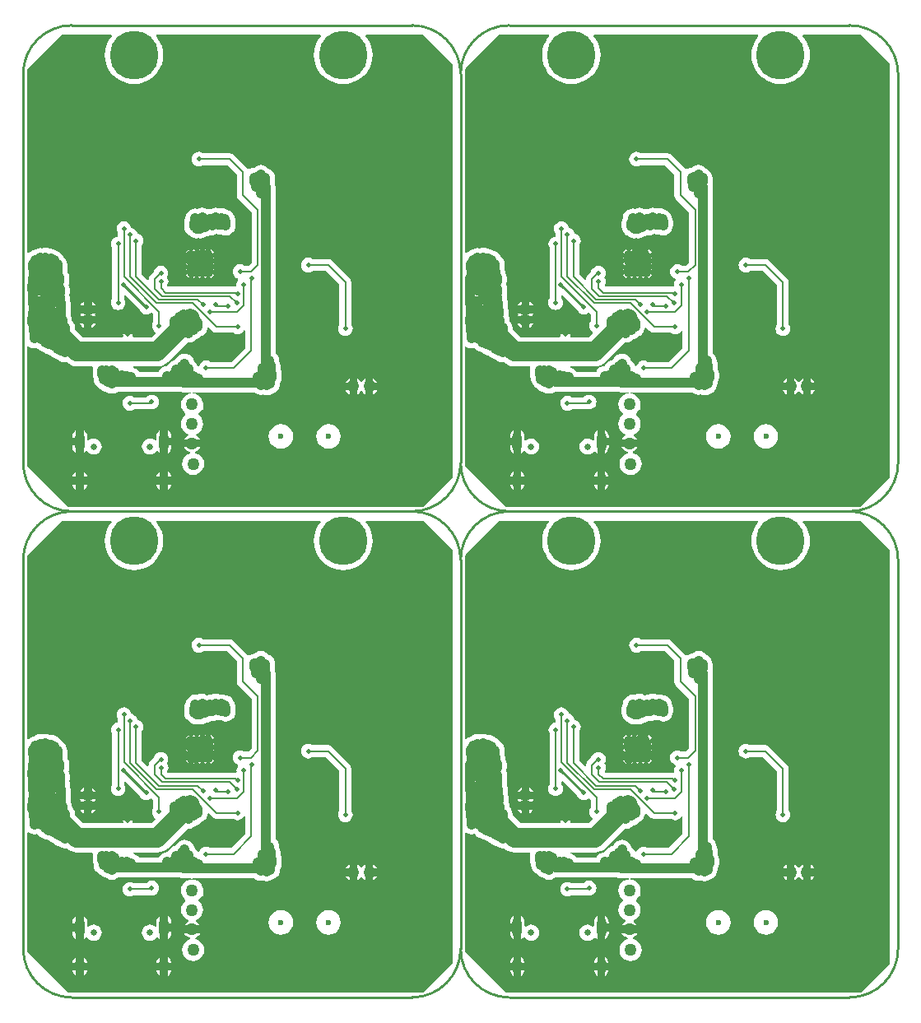
<source format=gbl>
G04*
G04 #@! TF.GenerationSoftware,Altium Limited,Altium Designer,20.2.3 (150)*
G04*
G04 Layer_Physical_Order=2*
G04 Layer_Color=16711680*
%FSLAX44Y44*%
%MOMM*%
G71*
G04*
G04 #@! TF.SameCoordinates,C1CC25AD-0FF3-43E4-BDA3-AC1D03E08D52*
G04*
G04*
G04 #@! TF.FilePolarity,Positive*
G04*
G01*
G75*
%ADD29C,0.2000*%
%ADD30C,1.0000*%
%ADD31C,0.2540*%
%ADD38C,2.0000*%
%ADD39C,0.2540*%
%ADD40C,0.6000*%
%ADD41C,5.0000*%
%ADD42C,0.6500*%
%ADD43O,1.0000X1.6000*%
%ADD44O,1.0000X2.1000*%
%ADD45C,0.5000*%
%ADD46C,1.2700*%
G36*
X891706Y960121D02*
Y534925D01*
X861607Y504826D01*
X496736D01*
X454445Y547117D01*
Y669241D01*
X455584Y669803D01*
X456519Y669085D01*
X458952Y668077D01*
X461562Y667734D01*
X464173Y668077D01*
X464442Y668189D01*
X464488Y668169D01*
X465479Y666878D01*
X467568Y665275D01*
X470001Y664267D01*
X470098Y664255D01*
X471251Y663370D01*
X473684Y662362D01*
X474855Y662208D01*
X475823Y661465D01*
X478123Y660512D01*
X478306Y660274D01*
X480395Y658671D01*
X482828Y657663D01*
X483125Y657624D01*
X484078Y656893D01*
X486436Y655917D01*
X488142Y654607D01*
X490575Y653599D01*
X493185Y653256D01*
X494706Y653456D01*
X496871Y651679D01*
X499477Y650286D01*
X502304Y649428D01*
X505245Y649138D01*
X521008D01*
X521814Y648136D01*
X521793Y647868D01*
X521453Y645288D01*
Y641117D01*
X521797Y638506D01*
X522342Y637190D01*
Y636164D01*
X522686Y633553D01*
X523693Y631121D01*
X525296Y629032D01*
X527385Y627429D01*
X528885Y626808D01*
X529614Y625857D01*
X531703Y624254D01*
X534136Y623246D01*
X534953Y623139D01*
X535915Y622401D01*
X538348Y621393D01*
X540958Y621049D01*
X543569Y621393D01*
X546001Y622401D01*
X547309Y623404D01*
X547409Y623391D01*
X611353D01*
X612363Y622972D01*
X614973Y622629D01*
X622975D01*
X623058Y621359D01*
X620773Y621058D01*
X618012Y619914D01*
X615641Y618095D01*
X613822Y615724D01*
X612678Y612963D01*
X612288Y610000D01*
X612678Y607037D01*
X613822Y604276D01*
X615641Y601905D01*
X617081Y600800D01*
Y599200D01*
X615641Y598095D01*
X613822Y595724D01*
X612678Y592963D01*
X612288Y590000D01*
X612678Y587037D01*
X613822Y584276D01*
X615641Y581905D01*
X618012Y580086D01*
X619774Y579356D01*
Y577981D01*
X619253Y577765D01*
X617396Y576340D01*
X615971Y574483D01*
X615770Y574000D01*
X631702D01*
X631501Y574483D01*
X630076Y576340D01*
X628219Y577765D01*
X627698Y577981D01*
Y579356D01*
X629460Y580086D01*
X631831Y581905D01*
X633650Y584276D01*
X634794Y587037D01*
X635184Y590000D01*
X634794Y592963D01*
X633650Y595724D01*
X631831Y598095D01*
X630391Y599200D01*
Y600800D01*
X631831Y601905D01*
X633526Y604114D01*
X634240Y604243D01*
X634994Y604202D01*
X635230Y603849D01*
Y606934D01*
Y611552D01*
X634964Y611672D01*
X634794Y612963D01*
X633650Y615724D01*
X631831Y618095D01*
X629460Y619914D01*
X626699Y621058D01*
X624414Y621359D01*
X624497Y622629D01*
X688002D01*
X689691Y621333D01*
X692124Y620325D01*
X694734Y619982D01*
X696982Y620277D01*
X698093Y619817D01*
X700703Y619474D01*
X703314Y619817D01*
X705747Y620825D01*
X706526Y621423D01*
X706870Y621468D01*
X709303Y622476D01*
X711391Y624079D01*
X712994Y626168D01*
X714002Y628600D01*
X714346Y631211D01*
Y632293D01*
X714518Y632518D01*
X715526Y634950D01*
X715870Y637561D01*
Y641732D01*
X715526Y644342D01*
X714727Y646272D01*
Y649733D01*
X714383Y652344D01*
X713375Y654776D01*
X713330Y654836D01*
Y655067D01*
X712986Y657678D01*
X711978Y660110D01*
X710375Y662199D01*
X709641Y662762D01*
Y833502D01*
X709298Y836113D01*
X708999Y836833D01*
X709266Y838856D01*
Y843027D01*
X708922Y845638D01*
X707914Y848070D01*
X706311Y850159D01*
X704222Y851762D01*
X702494Y852478D01*
X701739Y853461D01*
X699650Y855064D01*
X697218Y856072D01*
X694607Y856415D01*
X691997Y856072D01*
X689564Y855064D01*
X687744Y853667D01*
X687679Y853659D01*
X687455Y853566D01*
X685266Y853278D01*
X682833Y852270D01*
X682606Y852095D01*
X680889Y852379D01*
X680259Y853322D01*
X666924Y866657D01*
X664939Y867983D01*
X662598Y868448D01*
X635196D01*
X634630Y868882D01*
X632806Y869638D01*
X630848Y869896D01*
X628890Y869638D01*
X627066Y868882D01*
X625499Y867680D01*
X624297Y866113D01*
X623541Y864289D01*
X623283Y862331D01*
X623541Y860373D01*
X624297Y858549D01*
X625499Y856982D01*
X627066Y855780D01*
X628890Y855024D01*
X630848Y854766D01*
X632806Y855024D01*
X634630Y855780D01*
X635196Y856214D01*
X660064D01*
X669815Y846462D01*
Y825120D01*
X670281Y822779D01*
X671607Y820794D01*
X685055Y807346D01*
Y756153D01*
X681674Y752771D01*
X677365D01*
X676800Y753205D01*
X674975Y753961D01*
X673017Y754219D01*
X671059Y753961D01*
X669235Y753205D01*
X667668Y752003D01*
X666466Y750436D01*
X665710Y748612D01*
X665453Y746654D01*
X665710Y744696D01*
X666466Y742871D01*
X667668Y741305D01*
X669235Y740103D01*
X670684Y739502D01*
X671135Y738471D01*
X671171Y738051D01*
X670525Y737208D01*
X669769Y735384D01*
X669511Y733426D01*
X669665Y732259D01*
X669575Y731950D01*
X668706Y731101D01*
X668596Y731063D01*
X668145Y731153D01*
X598974D01*
X597982Y732145D01*
Y732146D01*
X598416Y732711D01*
X599171Y734536D01*
X599429Y736494D01*
X599171Y738452D01*
X598416Y740276D01*
X597990Y740831D01*
X598289Y741220D01*
X599044Y743045D01*
X599302Y745003D01*
X599044Y746961D01*
X598289Y748785D01*
X597086Y750352D01*
X595520Y751554D01*
X593695Y752310D01*
X591737Y752568D01*
X589780Y752310D01*
X587955Y751554D01*
X586388Y750352D01*
X585186Y748785D01*
X584430Y746961D01*
X584412Y746823D01*
X580929Y743340D01*
X579603Y741355D01*
X579137Y739014D01*
Y738424D01*
X577964Y737938D01*
X572196Y743707D01*
Y773909D01*
X572629Y774475D01*
X573385Y776299D01*
X573643Y778257D01*
X573385Y780215D01*
X572629Y782039D01*
X571427Y783606D01*
X569860Y784808D01*
X568036Y785564D01*
X567264Y785666D01*
X567162Y786438D01*
X566406Y788262D01*
X565204Y789829D01*
X563637Y791031D01*
X561813Y791787D01*
X561058Y791886D01*
X560939Y792788D01*
X560183Y794612D01*
X558981Y796179D01*
X557414Y797381D01*
X555590Y798137D01*
X553632Y798395D01*
X551674Y798137D01*
X549850Y797381D01*
X548283Y796179D01*
X547081Y794612D01*
X546325Y792788D01*
X546067Y790830D01*
X546325Y788872D01*
X547081Y787048D01*
X547514Y786482D01*
Y782594D01*
X545959Y782389D01*
X544135Y781633D01*
X542568Y780431D01*
X541366Y778864D01*
X540610Y777040D01*
X540352Y775082D01*
X540610Y773124D01*
X541366Y771300D01*
X541545Y771066D01*
Y718978D01*
X541112Y718412D01*
X540356Y716588D01*
X540098Y714630D01*
X540356Y712672D01*
X541112Y710848D01*
X542314Y709281D01*
X543881Y708079D01*
X545705Y707323D01*
X547663Y707065D01*
X549621Y707323D01*
X551445Y708079D01*
X553012Y709281D01*
X554214Y710848D01*
X554970Y712672D01*
X555228Y714630D01*
X554970Y716588D01*
X554214Y718412D01*
X553781Y718978D01*
Y721942D01*
X554954Y722428D01*
X569730Y707653D01*
X570195Y706530D01*
X571397Y704963D01*
X572964Y703761D01*
X574788Y703005D01*
X576746Y702747D01*
X578704Y703005D01*
X580528Y703761D01*
X581871Y704791D01*
X583836Y702825D01*
Y695356D01*
X583403Y694790D01*
X582647Y692966D01*
X582389Y691008D01*
X582647Y689050D01*
X583403Y687226D01*
X584605Y685659D01*
X585628Y684874D01*
X585872Y683322D01*
X581834Y679284D01*
X563190D01*
X562498Y680554D01*
X562835Y682245D01*
X562822Y682309D01*
X552570D01*
X552557Y682245D01*
X552894Y680554D01*
X552202Y679284D01*
X511488D01*
X503271Y687500D01*
Y688931D01*
X502928Y691541D01*
X501920Y693974D01*
X500317Y696062D01*
X500187Y696162D01*
Y696397D01*
X499844Y699008D01*
X499004Y701036D01*
X499208Y702585D01*
Y706756D01*
X498864Y709367D01*
X498704Y709752D01*
X498727Y709919D01*
Y714090D01*
X498383Y716701D01*
X497915Y717830D01*
Y720583D01*
X497601Y722965D01*
X497811Y724556D01*
Y728727D01*
X497467Y731338D01*
X496738Y733097D01*
X496959Y733629D01*
X497303Y736240D01*
Y740411D01*
X496959Y743021D01*
X495951Y745454D01*
X495906Y745514D01*
Y746761D01*
X495562Y749371D01*
X495271Y750075D01*
Y754127D01*
X494927Y756738D01*
X493919Y759170D01*
X492316Y761259D01*
X491211Y762107D01*
X490744Y763234D01*
X489141Y765323D01*
X487052Y766926D01*
X484620Y767934D01*
X484324Y767973D01*
X483295Y768762D01*
X480862Y769770D01*
X478252Y770113D01*
X477504Y770015D01*
X475476Y770855D01*
X472865Y771198D01*
X470255Y770855D01*
X469732Y770638D01*
X467404Y770944D01*
X464794Y770601D01*
X462361Y769593D01*
X460818Y768409D01*
X460058Y768309D01*
X457626Y767301D01*
X455715Y765835D01*
X454445Y766154D01*
Y954849D01*
X455207Y955803D01*
X455715Y956311D01*
X455715Y956311D01*
X489624Y990220D01*
X540522D01*
X541053Y989067D01*
X539573Y987334D01*
X537106Y983308D01*
X535299Y978945D01*
X534197Y974353D01*
X533826Y969646D01*
X534197Y964939D01*
X535299Y960347D01*
X537106Y955984D01*
X539573Y951958D01*
X542640Y948367D01*
X546231Y945300D01*
X550257Y942833D01*
X554620Y941026D01*
X559212Y939924D01*
X563919Y939553D01*
X568627Y939924D01*
X573218Y941026D01*
X577581Y942833D01*
X581607Y945300D01*
X585198Y948367D01*
X588265Y951958D01*
X590732Y955984D01*
X592539Y960347D01*
X593641Y964939D01*
X594012Y969646D01*
X593641Y974353D01*
X592539Y978945D01*
X590732Y983308D01*
X588265Y987334D01*
X586785Y989067D01*
X587317Y990220D01*
X755787D01*
X756318Y989067D01*
X754838Y987334D01*
X752371Y983308D01*
X750564Y978945D01*
X749462Y974353D01*
X749091Y969646D01*
X749462Y964939D01*
X750564Y960347D01*
X752371Y955984D01*
X754838Y951958D01*
X757905Y948367D01*
X761496Y945300D01*
X765522Y942833D01*
X769885Y941026D01*
X774476Y939924D01*
X779184Y939553D01*
X783892Y939924D01*
X788483Y941026D01*
X792846Y942833D01*
X796872Y945300D01*
X800463Y948367D01*
X803530Y951958D01*
X805997Y955984D01*
X807804Y960347D01*
X808906Y964939D01*
X809277Y969646D01*
X808906Y974353D01*
X807804Y978945D01*
X805997Y983308D01*
X803530Y987334D01*
X802050Y989067D01*
X802581Y990220D01*
X861607D01*
X891706Y960121D01*
D02*
G37*
G36*
X441706D02*
Y534925D01*
X411607Y504826D01*
X46736D01*
X4445Y547117D01*
Y669241D01*
X5584Y669803D01*
X6519Y669085D01*
X8952Y668077D01*
X11562Y667734D01*
X14173Y668077D01*
X14442Y668189D01*
X14488Y668169D01*
X15479Y666878D01*
X17568Y665275D01*
X20001Y664267D01*
X20099Y664255D01*
X21251Y663370D01*
X23684Y662362D01*
X24855Y662208D01*
X25823Y661465D01*
X28123Y660512D01*
X28306Y660274D01*
X30395Y658671D01*
X32828Y657663D01*
X33125Y657624D01*
X34078Y656893D01*
X36436Y655917D01*
X38142Y654607D01*
X40575Y653599D01*
X43185Y653256D01*
X44706Y653456D01*
X46871Y651679D01*
X49477Y650286D01*
X52305Y649428D01*
X55245Y649138D01*
X71009D01*
X71814Y648136D01*
X71793Y647868D01*
X71453Y645288D01*
Y641117D01*
X71797Y638506D01*
X72342Y637190D01*
Y636164D01*
X72686Y633553D01*
X73693Y631121D01*
X75296Y629032D01*
X77385Y627429D01*
X78885Y626808D01*
X79614Y625857D01*
X81703Y624254D01*
X84136Y623246D01*
X84953Y623139D01*
X85915Y622401D01*
X88348Y621393D01*
X90958Y621049D01*
X93569Y621393D01*
X96001Y622401D01*
X97309Y623404D01*
X97409Y623391D01*
X161353D01*
X162362Y622972D01*
X164973Y622629D01*
X172975D01*
X173058Y621359D01*
X170773Y621058D01*
X168012Y619914D01*
X165641Y618095D01*
X163822Y615724D01*
X162678Y612963D01*
X162288Y610000D01*
X162678Y607037D01*
X163822Y604276D01*
X165641Y601905D01*
X167081Y600800D01*
Y599200D01*
X165641Y598095D01*
X163822Y595724D01*
X162678Y592963D01*
X162288Y590000D01*
X162678Y587037D01*
X163822Y584276D01*
X165641Y581905D01*
X168012Y580086D01*
X169774Y579356D01*
Y577981D01*
X169253Y577765D01*
X167396Y576340D01*
X165971Y574483D01*
X165770Y574000D01*
X181702D01*
X181501Y574483D01*
X180076Y576340D01*
X178219Y577765D01*
X177698Y577981D01*
Y579356D01*
X179460Y580086D01*
X181831Y581905D01*
X183650Y584276D01*
X184794Y587037D01*
X185184Y590000D01*
X184794Y592963D01*
X183650Y595724D01*
X181831Y598095D01*
X180391Y599200D01*
Y600800D01*
X181831Y601905D01*
X183526Y604114D01*
X184240Y604243D01*
X184994Y604202D01*
X185230Y603849D01*
Y606934D01*
Y611552D01*
X184964Y611672D01*
X184794Y612963D01*
X183650Y615724D01*
X181831Y618095D01*
X179460Y619914D01*
X176699Y621058D01*
X174414Y621359D01*
X174497Y622629D01*
X238002D01*
X239691Y621333D01*
X242124Y620325D01*
X244734Y619982D01*
X246982Y620277D01*
X248093Y619817D01*
X250703Y619474D01*
X253314Y619817D01*
X255746Y620825D01*
X256526Y621423D01*
X256870Y621468D01*
X259303Y622476D01*
X261392Y624079D01*
X262994Y626168D01*
X264002Y628600D01*
X264346Y631211D01*
Y632293D01*
X264518Y632518D01*
X265526Y634950D01*
X265870Y637561D01*
Y641732D01*
X265526Y644342D01*
X264727Y646272D01*
Y649733D01*
X264383Y652344D01*
X263375Y654776D01*
X263330Y654836D01*
Y655067D01*
X262986Y657678D01*
X261978Y660110D01*
X260375Y662199D01*
X259641Y662762D01*
Y833502D01*
X259298Y836113D01*
X258999Y836833D01*
X259266Y838856D01*
Y843027D01*
X258922Y845638D01*
X257914Y848070D01*
X256311Y850159D01*
X254223Y851762D01*
X252494Y852478D01*
X251740Y853461D01*
X249650Y855064D01*
X247218Y856072D01*
X244607Y856415D01*
X241997Y856072D01*
X239564Y855064D01*
X237744Y853667D01*
X237679Y853659D01*
X237455Y853566D01*
X235266Y853278D01*
X232833Y852270D01*
X232606Y852095D01*
X230889Y852379D01*
X230259Y853322D01*
X216924Y866657D01*
X214939Y867983D01*
X212598Y868448D01*
X185196D01*
X184630Y868882D01*
X182806Y869638D01*
X180848Y869896D01*
X178890Y869638D01*
X177066Y868882D01*
X175499Y867680D01*
X174297Y866113D01*
X173541Y864289D01*
X173283Y862331D01*
X173541Y860373D01*
X174297Y858549D01*
X175499Y856982D01*
X177066Y855780D01*
X178890Y855024D01*
X180848Y854766D01*
X182806Y855024D01*
X184630Y855780D01*
X185196Y856214D01*
X210064D01*
X219816Y846462D01*
Y825120D01*
X220281Y822779D01*
X221607Y820794D01*
X235056Y807346D01*
Y756153D01*
X231674Y752771D01*
X227365D01*
X226800Y753205D01*
X224975Y753961D01*
X223017Y754219D01*
X221059Y753961D01*
X219235Y753205D01*
X217668Y752003D01*
X216466Y750436D01*
X215710Y748612D01*
X215453Y746654D01*
X215710Y744696D01*
X216466Y742871D01*
X217668Y741305D01*
X219235Y740103D01*
X220684Y739502D01*
X221135Y738471D01*
X221171Y738051D01*
X220525Y737208D01*
X219769Y735384D01*
X219511Y733426D01*
X219665Y732259D01*
X219575Y731950D01*
X218706Y731101D01*
X218596Y731063D01*
X218145Y731153D01*
X148974D01*
X147982Y732145D01*
Y732146D01*
X148416Y732711D01*
X149171Y734536D01*
X149429Y736494D01*
X149171Y738452D01*
X148416Y740276D01*
X147990Y740831D01*
X148289Y741220D01*
X149044Y743045D01*
X149302Y745003D01*
X149044Y746961D01*
X148289Y748785D01*
X147086Y750352D01*
X145520Y751554D01*
X143695Y752310D01*
X141737Y752568D01*
X139780Y752310D01*
X137955Y751554D01*
X136388Y750352D01*
X135186Y748785D01*
X134430Y746961D01*
X134412Y746823D01*
X130929Y743340D01*
X129603Y741355D01*
X129137Y739014D01*
Y738424D01*
X127964Y737938D01*
X122196Y743707D01*
Y773909D01*
X122629Y774475D01*
X123385Y776299D01*
X123643Y778257D01*
X123385Y780215D01*
X122629Y782039D01*
X121427Y783606D01*
X119860Y784808D01*
X118036Y785564D01*
X117264Y785666D01*
X117162Y786438D01*
X116406Y788262D01*
X115204Y789829D01*
X113637Y791031D01*
X111813Y791787D01*
X111058Y791886D01*
X110939Y792788D01*
X110183Y794612D01*
X108981Y796179D01*
X107414Y797381D01*
X105590Y798137D01*
X103632Y798395D01*
X101674Y798137D01*
X99850Y797381D01*
X98283Y796179D01*
X97081Y794612D01*
X96325Y792788D01*
X96067Y790830D01*
X96325Y788872D01*
X97081Y787048D01*
X97514Y786482D01*
Y782594D01*
X95959Y782389D01*
X94135Y781633D01*
X92568Y780431D01*
X91366Y778864D01*
X90610Y777040D01*
X90352Y775082D01*
X90610Y773124D01*
X91366Y771300D01*
X91545Y771066D01*
Y718978D01*
X91112Y718412D01*
X90356Y716588D01*
X90098Y714630D01*
X90356Y712672D01*
X91112Y710848D01*
X92314Y709281D01*
X93881Y708079D01*
X95705Y707323D01*
X97663Y707065D01*
X99621Y707323D01*
X101445Y708079D01*
X103012Y709281D01*
X104214Y710848D01*
X104970Y712672D01*
X105228Y714630D01*
X104970Y716588D01*
X104214Y718412D01*
X103780Y718978D01*
Y721942D01*
X104954Y722428D01*
X119730Y707653D01*
X120195Y706530D01*
X121397Y704963D01*
X122964Y703761D01*
X124788Y703005D01*
X126746Y702747D01*
X128704Y703005D01*
X130528Y703761D01*
X131871Y704791D01*
X133836Y702825D01*
Y695356D01*
X133403Y694790D01*
X132647Y692966D01*
X132389Y691008D01*
X132647Y689050D01*
X133403Y687226D01*
X134605Y685659D01*
X135628Y684874D01*
X135872Y683322D01*
X131834Y679284D01*
X113190D01*
X112498Y680554D01*
X112835Y682245D01*
X112822Y682309D01*
X102570D01*
X102557Y682245D01*
X102894Y680554D01*
X102202Y679284D01*
X61488D01*
X53271Y687500D01*
Y688931D01*
X52928Y691541D01*
X51920Y693974D01*
X50317Y696062D01*
X50187Y696162D01*
Y696397D01*
X49844Y699008D01*
X49004Y701036D01*
X49208Y702585D01*
Y706756D01*
X48864Y709367D01*
X48704Y709752D01*
X48727Y709919D01*
Y714090D01*
X48383Y716701D01*
X47915Y717830D01*
Y720583D01*
X47601Y722965D01*
X47811Y724556D01*
Y728727D01*
X47467Y731338D01*
X46738Y733097D01*
X46959Y733629D01*
X47303Y736240D01*
Y740411D01*
X46959Y743021D01*
X45951Y745454D01*
X45906Y745514D01*
Y746761D01*
X45562Y749371D01*
X45271Y750075D01*
Y754127D01*
X44927Y756738D01*
X43919Y759170D01*
X42316Y761259D01*
X41211Y762107D01*
X40744Y763234D01*
X39141Y765323D01*
X37053Y766926D01*
X34620Y767934D01*
X34323Y767973D01*
X33295Y768762D01*
X30862Y769770D01*
X28252Y770113D01*
X27503Y770015D01*
X25476Y770855D01*
X22865Y771198D01*
X20255Y770855D01*
X19732Y770638D01*
X17404Y770944D01*
X14794Y770601D01*
X12361Y769593D01*
X10818Y768409D01*
X10058Y768309D01*
X7626Y767301D01*
X5715Y765835D01*
X4445Y766154D01*
Y954849D01*
X5207Y955803D01*
X5715Y956311D01*
X5715Y956311D01*
X39624Y990220D01*
X90521D01*
X91053Y989067D01*
X89573Y987334D01*
X87106Y983308D01*
X85299Y978945D01*
X84197Y974353D01*
X83826Y969646D01*
X84197Y964939D01*
X85299Y960347D01*
X87106Y955984D01*
X89573Y951958D01*
X92640Y948367D01*
X96231Y945300D01*
X100257Y942833D01*
X104620Y941026D01*
X109212Y939924D01*
X113919Y939553D01*
X118626Y939924D01*
X123218Y941026D01*
X127581Y942833D01*
X131607Y945300D01*
X135198Y948367D01*
X138265Y951958D01*
X140732Y955984D01*
X142539Y960347D01*
X143641Y964939D01*
X144012Y969646D01*
X143641Y974353D01*
X142539Y978945D01*
X140732Y983308D01*
X138265Y987334D01*
X136785Y989067D01*
X137317Y990220D01*
X305786D01*
X306318Y989067D01*
X304839Y987334D01*
X302371Y983308D01*
X300564Y978945D01*
X299462Y974353D01*
X299091Y969646D01*
X299462Y964939D01*
X300564Y960347D01*
X302371Y955984D01*
X304839Y951958D01*
X307905Y948367D01*
X311496Y945300D01*
X315522Y942833D01*
X319885Y941026D01*
X324477Y939924D01*
X329184Y939553D01*
X333891Y939924D01*
X338483Y941026D01*
X342846Y942833D01*
X346872Y945300D01*
X350463Y948367D01*
X353530Y951958D01*
X355997Y955984D01*
X357804Y960347D01*
X358906Y964939D01*
X359277Y969646D01*
X358906Y974353D01*
X357804Y978945D01*
X355997Y983308D01*
X353530Y987334D01*
X352050Y989067D01*
X352581Y990220D01*
X411607D01*
X441706Y960121D01*
D02*
G37*
G36*
X644536Y685559D02*
X646521Y684233D01*
X648862Y683767D01*
X666257D01*
X666822Y683334D01*
X668646Y682578D01*
X670604Y682320D01*
X672562Y682578D01*
X674387Y683334D01*
X675953Y684536D01*
X677156Y686103D01*
X677181Y686165D01*
X678451Y685912D01*
Y668015D01*
X664110Y653673D01*
X642453D01*
X641887Y654107D01*
X640063Y654863D01*
X638105Y655121D01*
X636147Y654863D01*
X634323Y654107D01*
X632756Y652905D01*
X631554Y651338D01*
X630826Y649580D01*
X630606Y649503D01*
X629508Y649443D01*
X628666Y651474D01*
X627063Y653563D01*
X625885Y654467D01*
X625864Y654630D01*
X624856Y657062D01*
X623253Y659151D01*
X621165Y660754D01*
X618732Y661762D01*
X616121Y662105D01*
X613511Y661762D01*
X611078Y660754D01*
X608989Y659151D01*
X607666Y657426D01*
X605941Y656103D01*
X605377Y655367D01*
X604748Y655285D01*
X602315Y654277D01*
X600226Y652674D01*
X598623Y650585D01*
X598123Y649377D01*
X595731Y649062D01*
X593298Y648054D01*
X591209Y646451D01*
X589606Y644362D01*
X589276Y643563D01*
X569504D01*
X568262Y645181D01*
X566174Y646784D01*
X563741Y647792D01*
X563157Y647868D01*
X563240Y649138D01*
X588077D01*
X591017Y649428D01*
X593845Y650286D01*
X596451Y651679D01*
X598735Y653553D01*
X618790Y673608D01*
X619983Y673452D01*
X622593Y673795D01*
X625026Y674803D01*
X627115Y676406D01*
X627614Y677056D01*
X627928Y677097D01*
X630360Y678105D01*
X632449Y679708D01*
X632893Y680286D01*
X634678Y681026D01*
X636767Y682629D01*
X638370Y684718D01*
X639378Y687150D01*
X639584Y688716D01*
X640925Y689171D01*
X644536Y685559D01*
D02*
G37*
G36*
X194536D02*
X196521Y684233D01*
X198862Y683767D01*
X216257D01*
X216822Y683334D01*
X218647Y682578D01*
X220604Y682320D01*
X222562Y682578D01*
X224387Y683334D01*
X225953Y684536D01*
X227156Y686103D01*
X227181Y686165D01*
X228451Y685912D01*
Y668015D01*
X214110Y653673D01*
X192453D01*
X191887Y654107D01*
X190063Y654863D01*
X188105Y655121D01*
X186147Y654863D01*
X184323Y654107D01*
X182756Y652905D01*
X181554Y651338D01*
X180826Y649580D01*
X180606Y649503D01*
X179508Y649443D01*
X178666Y651474D01*
X177064Y653563D01*
X175885Y654467D01*
X175864Y654630D01*
X174856Y657062D01*
X173253Y659151D01*
X171164Y660754D01*
X168732Y661762D01*
X166121Y662105D01*
X163511Y661762D01*
X161078Y660754D01*
X158989Y659151D01*
X157666Y657426D01*
X155941Y656103D01*
X155377Y655367D01*
X154748Y655285D01*
X152315Y654277D01*
X150226Y652674D01*
X148623Y650585D01*
X148123Y649377D01*
X145731Y649062D01*
X143298Y648054D01*
X141209Y646451D01*
X139606Y644362D01*
X139276Y643563D01*
X119504D01*
X118263Y645181D01*
X116173Y646784D01*
X113741Y647792D01*
X113157Y647868D01*
X113240Y649138D01*
X138077D01*
X141017Y649428D01*
X143845Y650286D01*
X146451Y651679D01*
X148735Y653553D01*
X168790Y673608D01*
X169983Y673452D01*
X172593Y673795D01*
X175026Y674803D01*
X177115Y676406D01*
X177614Y677056D01*
X177927Y677097D01*
X180360Y678105D01*
X182449Y679708D01*
X182893Y680286D01*
X184678Y681026D01*
X186767Y682629D01*
X188370Y684718D01*
X189378Y687150D01*
X189584Y688716D01*
X190925Y689171D01*
X194536Y685559D01*
D02*
G37*
G36*
X891706Y460121D02*
Y34925D01*
X861607Y4826D01*
X496736D01*
X454445Y47117D01*
Y169241D01*
X455584Y169803D01*
X456519Y169085D01*
X458952Y168077D01*
X461562Y167734D01*
X464173Y168077D01*
X464442Y168189D01*
X464488Y168169D01*
X465479Y166878D01*
X467568Y165275D01*
X470001Y164267D01*
X470098Y164254D01*
X471251Y163370D01*
X473684Y162362D01*
X474855Y162208D01*
X475823Y161465D01*
X478123Y160512D01*
X478306Y160274D01*
X480395Y158671D01*
X482828Y157663D01*
X483125Y157624D01*
X484078Y156893D01*
X486436Y155917D01*
X488142Y154607D01*
X490575Y153599D01*
X493185Y153256D01*
X494706Y153456D01*
X496871Y151679D01*
X499477Y150286D01*
X502304Y149428D01*
X505245Y149138D01*
X521008D01*
X521814Y148136D01*
X521793Y147868D01*
X521453Y145288D01*
Y141117D01*
X521797Y138506D01*
X522342Y137190D01*
Y136164D01*
X522686Y133553D01*
X523693Y131121D01*
X525296Y129032D01*
X527385Y127429D01*
X528885Y126808D01*
X529614Y125857D01*
X531703Y124254D01*
X534136Y123246D01*
X534953Y123139D01*
X535915Y122401D01*
X538348Y121393D01*
X540958Y121049D01*
X543569Y121393D01*
X546001Y122401D01*
X547309Y123404D01*
X547409Y123391D01*
X611353D01*
X612363Y122972D01*
X614973Y122629D01*
X622975D01*
X623058Y121359D01*
X620773Y121058D01*
X618012Y119914D01*
X615641Y118095D01*
X613822Y115724D01*
X612678Y112963D01*
X612288Y110000D01*
X612678Y107037D01*
X613822Y104276D01*
X615641Y101905D01*
X617081Y100800D01*
Y99200D01*
X615641Y98095D01*
X613822Y95724D01*
X612678Y92963D01*
X612288Y90000D01*
X612678Y87037D01*
X613822Y84276D01*
X615641Y81905D01*
X618012Y80086D01*
X619774Y79356D01*
Y77981D01*
X619253Y77765D01*
X617396Y76340D01*
X615971Y74483D01*
X615770Y74000D01*
X631702D01*
X631501Y74483D01*
X630076Y76340D01*
X628219Y77765D01*
X627698Y77981D01*
Y79356D01*
X629460Y80086D01*
X631831Y81905D01*
X633650Y84276D01*
X634794Y87037D01*
X635184Y90000D01*
X634794Y92963D01*
X633650Y95724D01*
X631831Y98095D01*
X630391Y99200D01*
Y100800D01*
X631831Y101905D01*
X633526Y104114D01*
X634240Y104243D01*
X634994Y104202D01*
X635230Y103849D01*
Y106934D01*
Y111552D01*
X634964Y111672D01*
X634794Y112963D01*
X633650Y115724D01*
X631831Y118095D01*
X629460Y119914D01*
X626699Y121058D01*
X624414Y121359D01*
X624497Y122629D01*
X688002D01*
X689691Y121333D01*
X692124Y120325D01*
X694734Y119982D01*
X696982Y120278D01*
X698093Y119817D01*
X700703Y119474D01*
X703314Y119817D01*
X705747Y120825D01*
X706526Y121423D01*
X706870Y121468D01*
X709303Y122476D01*
X711391Y124079D01*
X712994Y126168D01*
X714002Y128600D01*
X714346Y131211D01*
Y132293D01*
X714518Y132518D01*
X715526Y134950D01*
X715870Y137561D01*
Y141732D01*
X715526Y144342D01*
X714727Y146272D01*
Y149733D01*
X714383Y152344D01*
X713375Y154776D01*
X713330Y154836D01*
Y155067D01*
X712986Y157677D01*
X711978Y160110D01*
X710375Y162199D01*
X709641Y162762D01*
Y333502D01*
X709298Y336113D01*
X708999Y336833D01*
X709266Y338856D01*
Y343027D01*
X708922Y345638D01*
X707914Y348070D01*
X706311Y350159D01*
X704222Y351762D01*
X702494Y352478D01*
X701739Y353461D01*
X699650Y355064D01*
X697218Y356072D01*
X694607Y356415D01*
X691997Y356072D01*
X689564Y355064D01*
X687744Y353667D01*
X687679Y353659D01*
X687455Y353566D01*
X685266Y353278D01*
X682833Y352270D01*
X682606Y352095D01*
X680889Y352379D01*
X680259Y353322D01*
X666924Y366657D01*
X664939Y367983D01*
X662598Y368448D01*
X635196D01*
X634630Y368882D01*
X632806Y369638D01*
X630848Y369896D01*
X628890Y369638D01*
X627066Y368882D01*
X625499Y367680D01*
X624297Y366113D01*
X623541Y364289D01*
X623283Y362331D01*
X623541Y360373D01*
X624297Y358549D01*
X625499Y356982D01*
X627066Y355780D01*
X628890Y355024D01*
X630848Y354766D01*
X632806Y355024D01*
X634630Y355780D01*
X635196Y356213D01*
X660064D01*
X669815Y346462D01*
Y325120D01*
X670281Y322779D01*
X671607Y320794D01*
X685055Y307346D01*
Y256153D01*
X681674Y252771D01*
X677365D01*
X676800Y253205D01*
X674975Y253961D01*
X673017Y254219D01*
X671059Y253961D01*
X669235Y253205D01*
X667668Y252003D01*
X666466Y250436D01*
X665710Y248612D01*
X665453Y246654D01*
X665710Y244696D01*
X666466Y242871D01*
X667668Y241305D01*
X669235Y240103D01*
X670684Y239502D01*
X671135Y238471D01*
X671171Y238051D01*
X670525Y237208D01*
X669769Y235384D01*
X669511Y233426D01*
X669665Y232259D01*
X669575Y231950D01*
X668706Y231101D01*
X668596Y231063D01*
X668145Y231153D01*
X598974D01*
X597982Y232145D01*
Y232146D01*
X598416Y232712D01*
X599171Y234536D01*
X599429Y236494D01*
X599171Y238452D01*
X598416Y240276D01*
X597990Y240831D01*
X598289Y241220D01*
X599044Y243045D01*
X599302Y245003D01*
X599044Y246961D01*
X598289Y248785D01*
X597086Y250352D01*
X595520Y251554D01*
X593695Y252310D01*
X591737Y252568D01*
X589780Y252310D01*
X587955Y251554D01*
X586388Y250352D01*
X585186Y248785D01*
X584430Y246961D01*
X584412Y246823D01*
X580929Y243340D01*
X579603Y241355D01*
X579137Y239014D01*
Y238424D01*
X577964Y237938D01*
X572196Y243707D01*
Y273909D01*
X572629Y274475D01*
X573385Y276299D01*
X573643Y278257D01*
X573385Y280215D01*
X572629Y282039D01*
X571427Y283606D01*
X569860Y284808D01*
X568036Y285564D01*
X567264Y285666D01*
X567162Y286438D01*
X566406Y288262D01*
X565204Y289829D01*
X563637Y291031D01*
X561813Y291787D01*
X561058Y291886D01*
X560939Y292788D01*
X560183Y294612D01*
X558981Y296179D01*
X557414Y297381D01*
X555590Y298137D01*
X553632Y298395D01*
X551674Y298137D01*
X549850Y297381D01*
X548283Y296179D01*
X547081Y294612D01*
X546325Y292788D01*
X546067Y290830D01*
X546325Y288872D01*
X547081Y287048D01*
X547514Y286482D01*
Y282594D01*
X545959Y282389D01*
X544135Y281633D01*
X542568Y280431D01*
X541366Y278864D01*
X540610Y277040D01*
X540352Y275082D01*
X540610Y273124D01*
X541366Y271300D01*
X541545Y271066D01*
Y218978D01*
X541112Y218412D01*
X540356Y216588D01*
X540098Y214630D01*
X540356Y212672D01*
X541112Y210848D01*
X542314Y209281D01*
X543881Y208079D01*
X545705Y207323D01*
X547663Y207065D01*
X549621Y207323D01*
X551445Y208079D01*
X553012Y209281D01*
X554214Y210848D01*
X554970Y212672D01*
X555228Y214630D01*
X554970Y216588D01*
X554214Y218412D01*
X553781Y218978D01*
Y221942D01*
X554954Y222428D01*
X569730Y207652D01*
X570195Y206530D01*
X571397Y204963D01*
X572964Y203761D01*
X574788Y203005D01*
X576746Y202747D01*
X578704Y203005D01*
X580528Y203761D01*
X581871Y204791D01*
X583836Y202825D01*
Y195356D01*
X583403Y194790D01*
X582647Y192966D01*
X582389Y191008D01*
X582647Y189050D01*
X583403Y187226D01*
X584605Y185659D01*
X585628Y184874D01*
X585872Y183322D01*
X581834Y179284D01*
X563190D01*
X562498Y180554D01*
X562835Y182245D01*
X562822Y182309D01*
X552570D01*
X552557Y182245D01*
X552894Y180554D01*
X552202Y179284D01*
X511488D01*
X503271Y187500D01*
Y188930D01*
X502928Y191541D01*
X501920Y193974D01*
X500317Y196063D01*
X500187Y196162D01*
Y196397D01*
X499844Y199008D01*
X499004Y201036D01*
X499208Y202585D01*
Y206756D01*
X498864Y209366D01*
X498704Y209752D01*
X498727Y209919D01*
Y214090D01*
X498383Y216701D01*
X497915Y217830D01*
Y220583D01*
X497601Y222965D01*
X497811Y224556D01*
Y228727D01*
X497467Y231338D01*
X496738Y233097D01*
X496959Y233629D01*
X497303Y236240D01*
Y240411D01*
X496959Y243022D01*
X495951Y245454D01*
X495906Y245514D01*
Y246761D01*
X495562Y249371D01*
X495271Y250075D01*
Y254127D01*
X494927Y256737D01*
X493919Y259170D01*
X492316Y261259D01*
X491211Y262107D01*
X490744Y263234D01*
X489141Y265323D01*
X487052Y266926D01*
X484620Y267934D01*
X484324Y267973D01*
X483295Y268762D01*
X480862Y269769D01*
X478252Y270113D01*
X477504Y270015D01*
X475476Y270855D01*
X472865Y271198D01*
X470255Y270855D01*
X469732Y270638D01*
X467404Y270944D01*
X464794Y270601D01*
X462361Y269593D01*
X460818Y268409D01*
X460058Y268309D01*
X457626Y267301D01*
X455715Y265835D01*
X454445Y266154D01*
Y454849D01*
X455207Y455803D01*
X455715Y456311D01*
X455715Y456311D01*
X489624Y490220D01*
X540522D01*
X541053Y489067D01*
X539573Y487334D01*
X537106Y483308D01*
X535299Y478945D01*
X534197Y474353D01*
X533826Y469646D01*
X534197Y464939D01*
X535299Y460347D01*
X537106Y455984D01*
X539573Y451958D01*
X542640Y448367D01*
X546231Y445300D01*
X550257Y442833D01*
X554620Y441026D01*
X559212Y439924D01*
X563919Y439553D01*
X568627Y439924D01*
X573218Y441026D01*
X577581Y442833D01*
X581607Y445300D01*
X585198Y448367D01*
X588265Y451958D01*
X590732Y455984D01*
X592539Y460347D01*
X593641Y464939D01*
X594012Y469646D01*
X593641Y474353D01*
X592539Y478945D01*
X590732Y483308D01*
X588265Y487334D01*
X586785Y489067D01*
X587317Y490220D01*
X755787D01*
X756318Y489067D01*
X754838Y487334D01*
X752371Y483308D01*
X750564Y478945D01*
X749462Y474353D01*
X749091Y469646D01*
X749462Y464939D01*
X750564Y460347D01*
X752371Y455984D01*
X754838Y451958D01*
X757905Y448367D01*
X761496Y445300D01*
X765522Y442833D01*
X769885Y441026D01*
X774476Y439924D01*
X779184Y439553D01*
X783892Y439924D01*
X788483Y441026D01*
X792846Y442833D01*
X796872Y445300D01*
X800463Y448367D01*
X803530Y451958D01*
X805997Y455984D01*
X807804Y460347D01*
X808906Y464939D01*
X809277Y469646D01*
X808906Y474353D01*
X807804Y478945D01*
X805997Y483308D01*
X803530Y487334D01*
X802050Y489067D01*
X802581Y490220D01*
X861607D01*
X891706Y460121D01*
D02*
G37*
G36*
X441706D02*
Y34925D01*
X411607Y4826D01*
X46736D01*
X4445Y47117D01*
Y169241D01*
X5584Y169803D01*
X6519Y169085D01*
X8952Y168077D01*
X11562Y167734D01*
X14173Y168077D01*
X14442Y168189D01*
X14488Y168169D01*
X15479Y166878D01*
X17568Y165275D01*
X20001Y164267D01*
X20099Y164254D01*
X21251Y163370D01*
X23684Y162362D01*
X24855Y162208D01*
X25823Y161465D01*
X28123Y160512D01*
X28306Y160274D01*
X30395Y158671D01*
X32828Y157663D01*
X33125Y157624D01*
X34078Y156893D01*
X36436Y155917D01*
X38142Y154607D01*
X40575Y153599D01*
X43185Y153256D01*
X44706Y153456D01*
X46871Y151679D01*
X49477Y150286D01*
X52305Y149428D01*
X55245Y149138D01*
X71009D01*
X71814Y148136D01*
X71793Y147868D01*
X71453Y145288D01*
Y141117D01*
X71797Y138506D01*
X72342Y137190D01*
Y136164D01*
X72686Y133553D01*
X73693Y131121D01*
X75296Y129032D01*
X77385Y127429D01*
X78885Y126808D01*
X79614Y125857D01*
X81703Y124254D01*
X84136Y123246D01*
X84953Y123139D01*
X85915Y122401D01*
X88348Y121393D01*
X90958Y121049D01*
X93569Y121393D01*
X96001Y122401D01*
X97309Y123404D01*
X97409Y123391D01*
X161353D01*
X162362Y122972D01*
X164973Y122629D01*
X172975D01*
X173058Y121359D01*
X170773Y121058D01*
X168012Y119914D01*
X165641Y118095D01*
X163822Y115724D01*
X162678Y112963D01*
X162288Y110000D01*
X162678Y107037D01*
X163822Y104276D01*
X165641Y101905D01*
X167081Y100800D01*
Y99200D01*
X165641Y98095D01*
X163822Y95724D01*
X162678Y92963D01*
X162288Y90000D01*
X162678Y87037D01*
X163822Y84276D01*
X165641Y81905D01*
X168012Y80086D01*
X169774Y79356D01*
Y77981D01*
X169253Y77765D01*
X167396Y76340D01*
X165971Y74483D01*
X165770Y74000D01*
X181702D01*
X181501Y74483D01*
X180076Y76340D01*
X178219Y77765D01*
X177698Y77981D01*
Y79356D01*
X179460Y80086D01*
X181831Y81905D01*
X183650Y84276D01*
X184794Y87037D01*
X185184Y90000D01*
X184794Y92963D01*
X183650Y95724D01*
X181831Y98095D01*
X180391Y99200D01*
Y100800D01*
X181831Y101905D01*
X183526Y104114D01*
X184240Y104243D01*
X184994Y104202D01*
X185230Y103849D01*
Y106934D01*
Y111552D01*
X184964Y111672D01*
X184794Y112963D01*
X183650Y115724D01*
X181831Y118095D01*
X179460Y119914D01*
X176699Y121058D01*
X174414Y121359D01*
X174497Y122629D01*
X238002D01*
X239691Y121333D01*
X242124Y120325D01*
X244734Y119982D01*
X246982Y120278D01*
X248093Y119817D01*
X250703Y119474D01*
X253314Y119817D01*
X255746Y120825D01*
X256526Y121423D01*
X256870Y121468D01*
X259303Y122476D01*
X261392Y124079D01*
X262994Y126168D01*
X264002Y128600D01*
X264346Y131211D01*
Y132293D01*
X264518Y132518D01*
X265526Y134950D01*
X265870Y137561D01*
Y141732D01*
X265526Y144342D01*
X264727Y146272D01*
Y149733D01*
X264383Y152344D01*
X263375Y154776D01*
X263330Y154836D01*
Y155067D01*
X262986Y157677D01*
X261978Y160110D01*
X260375Y162199D01*
X259641Y162762D01*
Y333502D01*
X259298Y336113D01*
X258999Y336833D01*
X259266Y338856D01*
Y343027D01*
X258922Y345638D01*
X257914Y348070D01*
X256311Y350159D01*
X254223Y351762D01*
X252494Y352478D01*
X251740Y353461D01*
X249650Y355064D01*
X247218Y356072D01*
X244607Y356415D01*
X241997Y356072D01*
X239564Y355064D01*
X237744Y353667D01*
X237679Y353659D01*
X237455Y353566D01*
X235266Y353278D01*
X232833Y352270D01*
X232606Y352095D01*
X230889Y352379D01*
X230259Y353322D01*
X216924Y366657D01*
X214939Y367983D01*
X212598Y368448D01*
X185196D01*
X184630Y368882D01*
X182806Y369638D01*
X180848Y369896D01*
X178890Y369638D01*
X177066Y368882D01*
X175499Y367680D01*
X174297Y366113D01*
X173541Y364289D01*
X173283Y362331D01*
X173541Y360373D01*
X174297Y358549D01*
X175499Y356982D01*
X177066Y355780D01*
X178890Y355024D01*
X180848Y354766D01*
X182806Y355024D01*
X184630Y355780D01*
X185196Y356213D01*
X210064D01*
X219816Y346462D01*
Y325120D01*
X220281Y322779D01*
X221607Y320794D01*
X235056Y307346D01*
Y256153D01*
X231674Y252771D01*
X227365D01*
X226800Y253205D01*
X224975Y253961D01*
X223017Y254219D01*
X221059Y253961D01*
X219235Y253205D01*
X217668Y252003D01*
X216466Y250436D01*
X215710Y248612D01*
X215453Y246654D01*
X215710Y244696D01*
X216466Y242871D01*
X217668Y241305D01*
X219235Y240103D01*
X220684Y239502D01*
X221135Y238471D01*
X221171Y238051D01*
X220525Y237208D01*
X219769Y235384D01*
X219511Y233426D01*
X219665Y232259D01*
X219575Y231950D01*
X218706Y231101D01*
X218596Y231063D01*
X218145Y231153D01*
X148974D01*
X147982Y232145D01*
Y232146D01*
X148416Y232712D01*
X149171Y234536D01*
X149429Y236494D01*
X149171Y238452D01*
X148416Y240276D01*
X147990Y240831D01*
X148289Y241220D01*
X149044Y243045D01*
X149302Y245003D01*
X149044Y246961D01*
X148289Y248785D01*
X147086Y250352D01*
X145520Y251554D01*
X143695Y252310D01*
X141737Y252568D01*
X139780Y252310D01*
X137955Y251554D01*
X136388Y250352D01*
X135186Y248785D01*
X134430Y246961D01*
X134412Y246823D01*
X130929Y243340D01*
X129603Y241355D01*
X129137Y239014D01*
Y238424D01*
X127964Y237938D01*
X122196Y243707D01*
Y273909D01*
X122629Y274475D01*
X123385Y276299D01*
X123643Y278257D01*
X123385Y280215D01*
X122629Y282039D01*
X121427Y283606D01*
X119860Y284808D01*
X118036Y285564D01*
X117264Y285666D01*
X117162Y286438D01*
X116406Y288262D01*
X115204Y289829D01*
X113637Y291031D01*
X111813Y291787D01*
X111058Y291886D01*
X110939Y292788D01*
X110183Y294612D01*
X108981Y296179D01*
X107414Y297381D01*
X105590Y298137D01*
X103632Y298395D01*
X101674Y298137D01*
X99850Y297381D01*
X98283Y296179D01*
X97081Y294612D01*
X96325Y292788D01*
X96067Y290830D01*
X96325Y288872D01*
X97081Y287048D01*
X97514Y286482D01*
Y282594D01*
X95959Y282389D01*
X94135Y281633D01*
X92568Y280431D01*
X91366Y278864D01*
X90610Y277040D01*
X90352Y275082D01*
X90610Y273124D01*
X91366Y271300D01*
X91545Y271066D01*
Y218978D01*
X91112Y218412D01*
X90356Y216588D01*
X90098Y214630D01*
X90356Y212672D01*
X91112Y210848D01*
X92314Y209281D01*
X93881Y208079D01*
X95705Y207323D01*
X97663Y207065D01*
X99621Y207323D01*
X101445Y208079D01*
X103012Y209281D01*
X104214Y210848D01*
X104970Y212672D01*
X105228Y214630D01*
X104970Y216588D01*
X104214Y218412D01*
X103780Y218978D01*
Y221942D01*
X104954Y222428D01*
X119730Y207652D01*
X120195Y206530D01*
X121397Y204963D01*
X122964Y203761D01*
X124788Y203005D01*
X126746Y202747D01*
X128704Y203005D01*
X130528Y203761D01*
X131871Y204791D01*
X133836Y202825D01*
Y195356D01*
X133403Y194790D01*
X132647Y192966D01*
X132389Y191008D01*
X132647Y189050D01*
X133403Y187226D01*
X134605Y185659D01*
X135628Y184874D01*
X135872Y183322D01*
X131834Y179284D01*
X113190D01*
X112498Y180554D01*
X112835Y182245D01*
X112822Y182309D01*
X102570D01*
X102557Y182245D01*
X102894Y180554D01*
X102202Y179284D01*
X61488D01*
X53271Y187500D01*
Y188930D01*
X52928Y191541D01*
X51920Y193974D01*
X50317Y196063D01*
X50187Y196162D01*
Y196397D01*
X49844Y199008D01*
X49004Y201036D01*
X49208Y202585D01*
Y206756D01*
X48864Y209366D01*
X48704Y209752D01*
X48727Y209919D01*
Y214090D01*
X48383Y216701D01*
X47915Y217830D01*
Y220583D01*
X47601Y222965D01*
X47811Y224556D01*
Y228727D01*
X47467Y231338D01*
X46738Y233097D01*
X46959Y233629D01*
X47303Y236240D01*
Y240411D01*
X46959Y243022D01*
X45951Y245454D01*
X45906Y245514D01*
Y246761D01*
X45562Y249371D01*
X45271Y250075D01*
Y254127D01*
X44927Y256737D01*
X43919Y259170D01*
X42316Y261259D01*
X41211Y262107D01*
X40744Y263234D01*
X39141Y265323D01*
X37053Y266926D01*
X34620Y267934D01*
X34323Y267973D01*
X33295Y268762D01*
X30862Y269769D01*
X28252Y270113D01*
X27503Y270015D01*
X25476Y270855D01*
X22865Y271198D01*
X20255Y270855D01*
X19732Y270638D01*
X17404Y270944D01*
X14794Y270601D01*
X12361Y269593D01*
X10818Y268409D01*
X10058Y268309D01*
X7626Y267301D01*
X5715Y265835D01*
X4445Y266154D01*
Y454849D01*
X5207Y455803D01*
X5715Y456311D01*
X5715Y456311D01*
X39624Y490220D01*
X90521D01*
X91053Y489067D01*
X89573Y487334D01*
X87106Y483308D01*
X85299Y478945D01*
X84197Y474353D01*
X83826Y469646D01*
X84197Y464939D01*
X85299Y460347D01*
X87106Y455984D01*
X89573Y451958D01*
X92640Y448367D01*
X96231Y445300D01*
X100257Y442833D01*
X104620Y441026D01*
X109212Y439924D01*
X113919Y439553D01*
X118626Y439924D01*
X123218Y441026D01*
X127581Y442833D01*
X131607Y445300D01*
X135198Y448367D01*
X138265Y451958D01*
X140732Y455984D01*
X142539Y460347D01*
X143641Y464939D01*
X144012Y469646D01*
X143641Y474353D01*
X142539Y478945D01*
X140732Y483308D01*
X138265Y487334D01*
X136785Y489067D01*
X137317Y490220D01*
X305786D01*
X306318Y489067D01*
X304839Y487334D01*
X302371Y483308D01*
X300564Y478945D01*
X299462Y474353D01*
X299091Y469646D01*
X299462Y464939D01*
X300564Y460347D01*
X302371Y455984D01*
X304839Y451958D01*
X307905Y448367D01*
X311496Y445300D01*
X315522Y442833D01*
X319885Y441026D01*
X324477Y439924D01*
X329184Y439553D01*
X333891Y439924D01*
X338483Y441026D01*
X342846Y442833D01*
X346872Y445300D01*
X350463Y448367D01*
X353530Y451958D01*
X355997Y455984D01*
X357804Y460347D01*
X358906Y464939D01*
X359277Y469646D01*
X358906Y474353D01*
X357804Y478945D01*
X355997Y483308D01*
X353530Y487334D01*
X352050Y489067D01*
X352581Y490220D01*
X411607D01*
X441706Y460121D01*
D02*
G37*
G36*
X644536Y185559D02*
X646521Y184233D01*
X648862Y183767D01*
X666257D01*
X666822Y183334D01*
X668646Y182578D01*
X670604Y182320D01*
X672562Y182578D01*
X674387Y183334D01*
X675953Y184536D01*
X677156Y186103D01*
X677181Y186165D01*
X678451Y185912D01*
Y168015D01*
X664110Y153673D01*
X642453D01*
X641887Y154107D01*
X640063Y154863D01*
X638105Y155121D01*
X636147Y154863D01*
X634323Y154107D01*
X632756Y152905D01*
X631554Y151338D01*
X630826Y149580D01*
X630606Y149503D01*
X629508Y149443D01*
X628666Y151474D01*
X627063Y153563D01*
X625885Y154467D01*
X625864Y154629D01*
X624856Y157062D01*
X623253Y159151D01*
X621165Y160754D01*
X618732Y161762D01*
X616121Y162105D01*
X613511Y161762D01*
X611078Y160754D01*
X608989Y159151D01*
X607666Y157426D01*
X605941Y156103D01*
X605377Y155367D01*
X604748Y155285D01*
X602315Y154277D01*
X600226Y152674D01*
X598623Y150585D01*
X598123Y149376D01*
X595731Y149062D01*
X593298Y148054D01*
X591209Y146451D01*
X589606Y144362D01*
X589276Y143563D01*
X569504D01*
X568262Y145181D01*
X566174Y146784D01*
X563741Y147792D01*
X563157Y147868D01*
X563240Y149138D01*
X588077D01*
X591017Y149428D01*
X593845Y150286D01*
X596451Y151679D01*
X598735Y153553D01*
X618790Y173608D01*
X619983Y173451D01*
X622593Y173795D01*
X625026Y174803D01*
X627115Y176406D01*
X627614Y177056D01*
X627928Y177097D01*
X630360Y178105D01*
X632449Y179708D01*
X632893Y180286D01*
X634678Y181026D01*
X636767Y182629D01*
X638370Y184718D01*
X639378Y187150D01*
X639584Y188716D01*
X640925Y189171D01*
X644536Y185559D01*
D02*
G37*
G36*
X194536D02*
X196521Y184233D01*
X198862Y183767D01*
X216257D01*
X216822Y183334D01*
X218647Y182578D01*
X220604Y182320D01*
X222562Y182578D01*
X224387Y183334D01*
X225953Y184536D01*
X227156Y186103D01*
X227181Y186165D01*
X228451Y185912D01*
Y168015D01*
X214110Y153673D01*
X192453D01*
X191887Y154107D01*
X190063Y154863D01*
X188105Y155121D01*
X186147Y154863D01*
X184323Y154107D01*
X182756Y152905D01*
X181554Y151338D01*
X180826Y149580D01*
X180606Y149503D01*
X179508Y149443D01*
X178666Y151474D01*
X177064Y153563D01*
X175885Y154467D01*
X175864Y154629D01*
X174856Y157062D01*
X173253Y159151D01*
X171164Y160754D01*
X168732Y161762D01*
X166121Y162105D01*
X163511Y161762D01*
X161078Y160754D01*
X158989Y159151D01*
X157666Y157426D01*
X155941Y156103D01*
X155377Y155367D01*
X154748Y155285D01*
X152315Y154277D01*
X150226Y152674D01*
X148623Y150585D01*
X148123Y149376D01*
X145731Y149062D01*
X143298Y148054D01*
X141209Y146451D01*
X139606Y144362D01*
X139276Y143563D01*
X119504D01*
X118263Y145181D01*
X116173Y146784D01*
X113741Y147792D01*
X113157Y147868D01*
X113240Y149138D01*
X138077D01*
X141017Y149428D01*
X143845Y150286D01*
X146451Y151679D01*
X148735Y153553D01*
X168790Y173608D01*
X169983Y173451D01*
X172593Y173795D01*
X175026Y174803D01*
X177115Y176406D01*
X177614Y177056D01*
X177927Y177097D01*
X180360Y178105D01*
X182449Y179708D01*
X182893Y180286D01*
X184678Y181026D01*
X186767Y182629D01*
X188370Y184718D01*
X189378Y187150D01*
X189584Y188716D01*
X190925Y189171D01*
X194536Y185559D01*
D02*
G37*
%LPC*%
G36*
X647871Y812473D02*
X645261Y812130D01*
X642925Y811162D01*
X641648Y811330D01*
X639076Y810992D01*
X639072Y810995D01*
X636639Y812003D01*
X634028Y812346D01*
X631418Y812003D01*
X629364Y811152D01*
X627043Y811457D01*
X624433Y811114D01*
X622000Y810106D01*
X619911Y808503D01*
X618308Y806414D01*
X617301Y803981D01*
X617029Y801920D01*
X616075Y799615D01*
X615731Y797004D01*
Y792833D01*
X616075Y790223D01*
X617082Y787790D01*
X618685Y785701D01*
X620774Y784098D01*
X621688Y783720D01*
X621689Y783718D01*
X623778Y782115D01*
X626211Y781107D01*
X628821Y780764D01*
X630536Y780989D01*
X632250Y780764D01*
X634861Y781107D01*
X637294Y782115D01*
X638062Y782705D01*
X639433Y782885D01*
X641865Y783893D01*
X642773Y784589D01*
X644823Y784320D01*
X647434Y784663D01*
X648949Y785291D01*
X650538Y785082D01*
X651303Y785182D01*
X653846Y784848D01*
X654391Y784919D01*
X655929Y784282D01*
X658539Y783939D01*
X661150Y784282D01*
X663583Y785290D01*
X665671Y786893D01*
X667274Y788982D01*
X668282Y791414D01*
X668626Y794025D01*
Y798196D01*
X668282Y800807D01*
X667274Y803239D01*
X667077Y803496D01*
X666131Y805779D01*
X664528Y807868D01*
X662439Y809471D01*
X660007Y810479D01*
X658948Y810618D01*
X656832Y811495D01*
X654221Y811838D01*
X651917Y811535D01*
X650482Y812130D01*
X647871Y812473D01*
D02*
G37*
G36*
X646342Y769748D02*
X617259D01*
Y765748D01*
Y759652D01*
Y753429D01*
Y747714D01*
Y741872D01*
Y740030D01*
X646342D01*
Y741872D01*
Y747714D01*
Y753429D01*
Y759652D01*
Y765748D01*
Y769748D01*
D02*
G37*
G36*
X520675Y715738D02*
Y711772D01*
X524641D01*
X524440Y712255D01*
X523015Y714112D01*
X521158Y715537D01*
X520675Y715738D01*
D02*
G37*
G36*
X512675D02*
X512192Y715537D01*
X510335Y714112D01*
X508910Y712255D01*
X508709Y711772D01*
X512675D01*
Y715738D01*
D02*
G37*
G36*
X524641Y703772D02*
X508709D01*
X508910Y703289D01*
X509499Y702521D01*
X508783Y701587D01*
X508582Y701104D01*
X524514D01*
X524313Y701587D01*
X523724Y702355D01*
X524440Y703289D01*
X524641Y703772D01*
D02*
G37*
G36*
X524514Y693104D02*
X520548D01*
Y689138D01*
X521031Y689339D01*
X522888Y690764D01*
X524313Y692621D01*
X524514Y693104D01*
D02*
G37*
G36*
X512548D02*
X508582D01*
X508783Y692621D01*
X510208Y690764D01*
X512065Y689339D01*
X512548Y689138D01*
Y693104D01*
D02*
G37*
G36*
X743370Y760930D02*
X741412Y760672D01*
X739588Y759916D01*
X738021Y758714D01*
X736819Y757147D01*
X736063Y755323D01*
X735805Y753365D01*
X736063Y751407D01*
X736819Y749583D01*
X738021Y748016D01*
X739588Y746814D01*
X741412Y746058D01*
X743370Y745800D01*
X745328Y746058D01*
X747152Y746814D01*
X747718Y747247D01*
X761156D01*
X775352Y733051D01*
Y692308D01*
X774919Y691742D01*
X774163Y689918D01*
X773905Y687960D01*
X774163Y686002D01*
X774919Y684178D01*
X776121Y682611D01*
X777688Y681409D01*
X779512Y680653D01*
X781470Y680395D01*
X783428Y680653D01*
X785252Y681409D01*
X786819Y682611D01*
X788021Y684178D01*
X788777Y686002D01*
X789035Y687960D01*
X788777Y689918D01*
X788021Y691742D01*
X787588Y692308D01*
Y735585D01*
X787122Y737926D01*
X785796Y739911D01*
X768016Y757691D01*
X766031Y759017D01*
X763690Y759482D01*
X747718D01*
X747152Y759916D01*
X745328Y760672D01*
X743370Y760930D01*
D02*
G37*
G36*
X802108Y636617D02*
X801625Y636416D01*
X799768Y634991D01*
X798599Y633469D01*
X798204Y633362D01*
X797503D01*
X797107Y633469D01*
X795938Y634991D01*
X794081Y636416D01*
X793598Y636617D01*
Y628651D01*
Y620685D01*
X794081Y620886D01*
X795938Y622311D01*
X797107Y623833D01*
X797503Y623940D01*
X798204D01*
X798599Y623833D01*
X799768Y622311D01*
X801625Y620886D01*
X802108Y620685D01*
Y628651D01*
Y636617D01*
D02*
G37*
G36*
X810108D02*
Y632651D01*
X814074D01*
X813873Y633134D01*
X812448Y634991D01*
X810591Y636416D01*
X810108Y636617D01*
D02*
G37*
G36*
X785598D02*
X785115Y636416D01*
X783258Y634991D01*
X781833Y633134D01*
X781632Y632651D01*
X785598D01*
Y636617D01*
D02*
G37*
G36*
X814074Y624651D02*
X810108D01*
Y620685D01*
X810591Y620886D01*
X812448Y622311D01*
X813873Y624168D01*
X814074Y624651D01*
D02*
G37*
G36*
X785598D02*
X781632D01*
X781833Y624168D01*
X783258Y622311D01*
X785115Y620886D01*
X785598Y620685D01*
Y624651D01*
D02*
G37*
G36*
X582207Y620087D02*
X580249Y619829D01*
X578425Y619073D01*
X576858Y617871D01*
X576498Y617402D01*
X564235D01*
X563669Y617835D01*
X561845Y618591D01*
X559887Y618849D01*
X557929Y618591D01*
X556105Y617835D01*
X554538Y616633D01*
X553336Y615066D01*
X552580Y613242D01*
X552322Y611284D01*
X552580Y609326D01*
X553336Y607502D01*
X554538Y605935D01*
X556105Y604733D01*
X557929Y603977D01*
X559887Y603719D01*
X561845Y603977D01*
X563669Y604733D01*
X564235Y605166D01*
X580618D01*
X582207Y604957D01*
X584165Y605215D01*
X585989Y605971D01*
X587556Y607173D01*
X588758Y608740D01*
X589514Y610564D01*
X589772Y612522D01*
X589514Y614480D01*
X588758Y616304D01*
X587556Y617871D01*
X585989Y619073D01*
X584165Y619829D01*
X582207Y620087D01*
D02*
G37*
G36*
X598780Y583685D02*
Y575750D01*
X602385D01*
Y577250D01*
X602126Y579218D01*
X601366Y581053D01*
X600158Y582628D01*
X598780Y583685D01*
D02*
G37*
G36*
X504280D02*
X502902Y582628D01*
X501694Y581053D01*
X500934Y579218D01*
X500675Y577250D01*
Y575750D01*
X504280D01*
Y583685D01*
D02*
G37*
G36*
X590780D02*
X589402Y582628D01*
X588194Y581053D01*
X587434Y579218D01*
X587175Y577250D01*
Y573489D01*
X585905Y572948D01*
X584591Y573956D01*
X582584Y574788D01*
X580430Y575071D01*
X578276Y574788D01*
X576269Y573956D01*
X574546Y572634D01*
X573224Y570911D01*
X572392Y568904D01*
X572109Y566750D01*
X572392Y564596D01*
X573224Y562589D01*
X574546Y560866D01*
X576269Y559544D01*
X578276Y558712D01*
X580430Y558429D01*
X582584Y558712D01*
X584591Y559544D01*
X586314Y560866D01*
X587096Y561886D01*
X587156Y561916D01*
X588653Y561849D01*
X589402Y560872D01*
X590780Y559815D01*
Y571750D01*
Y583685D01*
D02*
G37*
G36*
X764060Y589788D02*
X760797Y589358D01*
X757756Y588099D01*
X755145Y586095D01*
X753141Y583484D01*
X751882Y580443D01*
X751452Y577180D01*
X751882Y573917D01*
X753141Y570876D01*
X755145Y568265D01*
X757756Y566261D01*
X760797Y565002D01*
X764060Y564572D01*
X767323Y565002D01*
X770364Y566261D01*
X772975Y568265D01*
X774979Y570876D01*
X776238Y573917D01*
X776668Y577180D01*
X776238Y580443D01*
X774979Y583484D01*
X772975Y586095D01*
X770364Y588099D01*
X767323Y589358D01*
X764060Y589788D01*
D02*
G37*
G36*
X715060D02*
X711797Y589358D01*
X708756Y588099D01*
X706145Y586095D01*
X704141Y583484D01*
X702882Y580443D01*
X702452Y577180D01*
X702882Y573917D01*
X704141Y570876D01*
X706145Y568265D01*
X708756Y566261D01*
X711797Y565002D01*
X715060Y564572D01*
X718323Y565002D01*
X721364Y566261D01*
X723975Y568265D01*
X725979Y570876D01*
X727238Y573917D01*
X727668Y577180D01*
X727238Y580443D01*
X725979Y583484D01*
X723975Y586095D01*
X721364Y588099D01*
X718323Y589358D01*
X715060Y589788D01*
D02*
G37*
G36*
X602385Y567750D02*
X598780D01*
Y559815D01*
X600158Y560872D01*
X601366Y562447D01*
X602126Y564282D01*
X602385Y566250D01*
Y567750D01*
D02*
G37*
G36*
X504280D02*
X500675D01*
Y566250D01*
X500934Y564282D01*
X501694Y562447D01*
X502902Y560872D01*
X504280Y559815D01*
Y567750D01*
D02*
G37*
G36*
X512280Y583685D02*
Y571750D01*
Y559815D01*
X513658Y560872D01*
X514407Y561849D01*
X515904Y561916D01*
X515964Y561886D01*
X516746Y560866D01*
X518469Y559544D01*
X520476Y558712D01*
X522630Y558429D01*
X524784Y558712D01*
X526791Y559544D01*
X528514Y560866D01*
X529836Y562589D01*
X530668Y564596D01*
X530951Y566750D01*
X530668Y568904D01*
X529836Y570911D01*
X528514Y572634D01*
X526791Y573956D01*
X524784Y574788D01*
X522630Y575071D01*
X520476Y574788D01*
X518469Y573956D01*
X517155Y572948D01*
X515885Y573489D01*
Y577250D01*
X515626Y579218D01*
X514866Y581053D01*
X513658Y582628D01*
X512280Y583685D01*
D02*
G37*
G36*
X631702Y566000D02*
X615770D01*
X615971Y565517D01*
X617396Y563660D01*
X619253Y562235D01*
X621415Y561339D01*
X622127Y561245D01*
Y559964D01*
X621897Y559934D01*
X619136Y558790D01*
X616765Y556971D01*
X614946Y554600D01*
X613802Y551839D01*
X613412Y548876D01*
X613802Y545913D01*
X614946Y543152D01*
X616765Y540781D01*
X619136Y538962D01*
X621897Y537818D01*
X624860Y537428D01*
X627823Y537818D01*
X630584Y538962D01*
X632955Y540781D01*
X634774Y543152D01*
X635918Y545913D01*
X636308Y548876D01*
X635918Y551839D01*
X634774Y554600D01*
X632955Y556971D01*
X630584Y558790D01*
X627823Y559934D01*
X627055Y560035D01*
X626884Y560307D01*
X627388Y561890D01*
X628219Y562235D01*
X630076Y563660D01*
X631501Y565517D01*
X631702Y566000D01*
D02*
G37*
G36*
X598780Y541185D02*
Y535750D01*
X602253D01*
X602126Y536718D01*
X601366Y538553D01*
X600158Y540128D01*
X598780Y541185D01*
D02*
G37*
G36*
X512280D02*
Y535750D01*
X515753D01*
X515626Y536718D01*
X514866Y538553D01*
X513658Y540128D01*
X512280Y541185D01*
D02*
G37*
G36*
X590780D02*
X589402Y540128D01*
X588194Y538553D01*
X587434Y536718D01*
X587307Y535750D01*
X590780D01*
Y541185D01*
D02*
G37*
G36*
X504280D02*
X502902Y540128D01*
X501694Y538553D01*
X500934Y536718D01*
X500807Y535750D01*
X504280D01*
Y541185D01*
D02*
G37*
G36*
X602253Y527750D02*
X598780D01*
Y522315D01*
X600158Y523372D01*
X601366Y524948D01*
X602126Y526782D01*
X602253Y527750D01*
D02*
G37*
G36*
X515753D02*
X512280D01*
Y522315D01*
X513658Y523372D01*
X514866Y524948D01*
X515626Y526782D01*
X515753Y527750D01*
D02*
G37*
G36*
X590780D02*
X587307D01*
X587434Y526782D01*
X588194Y524948D01*
X589402Y523372D01*
X590780Y522315D01*
Y527750D01*
D02*
G37*
G36*
X504280D02*
X500807D01*
X500934Y526782D01*
X501694Y524948D01*
X502902Y523372D01*
X504280Y522315D01*
Y527750D01*
D02*
G37*
G36*
X197871Y812473D02*
X195261Y812130D01*
X192925Y811162D01*
X191648Y811330D01*
X189076Y810992D01*
X189072Y810995D01*
X186639Y812003D01*
X184028Y812346D01*
X181418Y812003D01*
X179364Y811152D01*
X177043Y811457D01*
X174433Y811114D01*
X172000Y810106D01*
X169911Y808503D01*
X168308Y806414D01*
X167301Y803981D01*
X167029Y801920D01*
X166075Y799615D01*
X165731Y797004D01*
Y792833D01*
X166075Y790223D01*
X167082Y787790D01*
X168685Y785701D01*
X170774Y784098D01*
X171688Y783720D01*
X171689Y783718D01*
X173778Y782115D01*
X176211Y781107D01*
X178821Y780764D01*
X180536Y780989D01*
X182250Y780764D01*
X184861Y781107D01*
X187293Y782115D01*
X188062Y782705D01*
X189433Y782885D01*
X191866Y783893D01*
X192773Y784589D01*
X194823Y784320D01*
X197434Y784663D01*
X198949Y785291D01*
X200538Y785082D01*
X201303Y785182D01*
X203846Y784848D01*
X204391Y784919D01*
X205929Y784282D01*
X208539Y783939D01*
X211150Y784282D01*
X213582Y785290D01*
X215672Y786893D01*
X217274Y788982D01*
X218282Y791414D01*
X218626Y794025D01*
Y798196D01*
X218282Y800807D01*
X217274Y803239D01*
X217077Y803496D01*
X216131Y805779D01*
X214529Y807868D01*
X212439Y809471D01*
X210007Y810479D01*
X208948Y810618D01*
X206832Y811495D01*
X204221Y811838D01*
X201917Y811535D01*
X200482Y812130D01*
X197871Y812473D01*
D02*
G37*
G36*
X196342Y769748D02*
X167259D01*
Y765748D01*
Y759652D01*
Y753429D01*
Y747714D01*
Y741872D01*
Y740030D01*
X196342D01*
Y741872D01*
Y747714D01*
Y753429D01*
Y759652D01*
Y765748D01*
Y769748D01*
D02*
G37*
G36*
X70675Y715738D02*
Y711772D01*
X74641D01*
X74440Y712255D01*
X73015Y714112D01*
X71158Y715537D01*
X70675Y715738D01*
D02*
G37*
G36*
X62675D02*
X62192Y715537D01*
X60335Y714112D01*
X58910Y712255D01*
X58709Y711772D01*
X62675D01*
Y715738D01*
D02*
G37*
G36*
X74641Y703772D02*
X58709D01*
X58910Y703289D01*
X59499Y702521D01*
X58783Y701587D01*
X58582Y701104D01*
X74514D01*
X74313Y701587D01*
X73724Y702355D01*
X74440Y703289D01*
X74641Y703772D01*
D02*
G37*
G36*
X74514Y693104D02*
X70548D01*
Y689138D01*
X71031Y689339D01*
X72888Y690764D01*
X74313Y692621D01*
X74514Y693104D01*
D02*
G37*
G36*
X62548D02*
X58582D01*
X58783Y692621D01*
X60208Y690764D01*
X62065Y689339D01*
X62548Y689138D01*
Y693104D01*
D02*
G37*
G36*
X293370Y760930D02*
X291412Y760672D01*
X289588Y759916D01*
X288021Y758714D01*
X286819Y757147D01*
X286063Y755323D01*
X285805Y753365D01*
X286063Y751407D01*
X286819Y749583D01*
X288021Y748016D01*
X289588Y746814D01*
X291412Y746058D01*
X293370Y745800D01*
X295328Y746058D01*
X297152Y746814D01*
X297718Y747247D01*
X311156D01*
X325353Y733051D01*
Y692308D01*
X324919Y691742D01*
X324163Y689918D01*
X323905Y687960D01*
X324163Y686002D01*
X324919Y684178D01*
X326121Y682611D01*
X327688Y681409D01*
X329512Y680653D01*
X331470Y680395D01*
X333428Y680653D01*
X335252Y681409D01*
X336819Y682611D01*
X338021Y684178D01*
X338777Y686002D01*
X339035Y687960D01*
X338777Y689918D01*
X338021Y691742D01*
X337588Y692308D01*
Y735585D01*
X337122Y737926D01*
X335796Y739911D01*
X318016Y757691D01*
X316031Y759017D01*
X313690Y759482D01*
X297718D01*
X297152Y759916D01*
X295328Y760672D01*
X293370Y760930D01*
D02*
G37*
G36*
X352108Y636617D02*
X351625Y636416D01*
X349768Y634991D01*
X348599Y633469D01*
X348204Y633362D01*
X347503D01*
X347107Y633469D01*
X345938Y634991D01*
X344081Y636416D01*
X343598Y636617D01*
Y628651D01*
Y620685D01*
X344081Y620886D01*
X345938Y622311D01*
X347107Y623833D01*
X347503Y623940D01*
X348204D01*
X348599Y623833D01*
X349768Y622311D01*
X351625Y620886D01*
X352108Y620685D01*
Y628651D01*
Y636617D01*
D02*
G37*
G36*
X360108D02*
Y632651D01*
X364074D01*
X363873Y633134D01*
X362448Y634991D01*
X360591Y636416D01*
X360108Y636617D01*
D02*
G37*
G36*
X335598D02*
X335115Y636416D01*
X333258Y634991D01*
X331833Y633134D01*
X331632Y632651D01*
X335598D01*
Y636617D01*
D02*
G37*
G36*
X364074Y624651D02*
X360108D01*
Y620685D01*
X360591Y620886D01*
X362448Y622311D01*
X363873Y624168D01*
X364074Y624651D01*
D02*
G37*
G36*
X335598D02*
X331632D01*
X331833Y624168D01*
X333258Y622311D01*
X335115Y620886D01*
X335598Y620685D01*
Y624651D01*
D02*
G37*
G36*
X132207Y620087D02*
X130249Y619829D01*
X128425Y619073D01*
X126858Y617871D01*
X126498Y617402D01*
X114235D01*
X113669Y617835D01*
X111845Y618591D01*
X109887Y618849D01*
X107929Y618591D01*
X106105Y617835D01*
X104538Y616633D01*
X103336Y615066D01*
X102580Y613242D01*
X102322Y611284D01*
X102580Y609326D01*
X103336Y607502D01*
X104538Y605935D01*
X106105Y604733D01*
X107929Y603977D01*
X109887Y603719D01*
X111845Y603977D01*
X113669Y604733D01*
X114235Y605166D01*
X130618D01*
X132207Y604957D01*
X134165Y605215D01*
X135989Y605971D01*
X137556Y607173D01*
X138758Y608740D01*
X139514Y610564D01*
X139772Y612522D01*
X139514Y614480D01*
X138758Y616304D01*
X137556Y617871D01*
X135989Y619073D01*
X134165Y619829D01*
X132207Y620087D01*
D02*
G37*
G36*
X148780Y583685D02*
Y575750D01*
X152385D01*
Y577250D01*
X152126Y579218D01*
X151366Y581053D01*
X150158Y582628D01*
X148780Y583685D01*
D02*
G37*
G36*
X54280D02*
X52902Y582628D01*
X51694Y581053D01*
X50934Y579218D01*
X50675Y577250D01*
Y575750D01*
X54280D01*
Y583685D01*
D02*
G37*
G36*
X140780D02*
X139402Y582628D01*
X138194Y581053D01*
X137434Y579218D01*
X137175Y577250D01*
Y573489D01*
X135905Y572948D01*
X134591Y573956D01*
X132584Y574788D01*
X130430Y575071D01*
X128276Y574788D01*
X126269Y573956D01*
X124546Y572634D01*
X123224Y570911D01*
X122392Y568904D01*
X122109Y566750D01*
X122392Y564596D01*
X123224Y562589D01*
X124546Y560866D01*
X126269Y559544D01*
X128276Y558712D01*
X130430Y558429D01*
X132584Y558712D01*
X134591Y559544D01*
X136314Y560866D01*
X137096Y561886D01*
X137156Y561916D01*
X138653Y561849D01*
X139402Y560872D01*
X140780Y559815D01*
Y571750D01*
Y583685D01*
D02*
G37*
G36*
X314060Y589788D02*
X310797Y589358D01*
X307756Y588099D01*
X305145Y586095D01*
X303141Y583484D01*
X301882Y580443D01*
X301452Y577180D01*
X301882Y573917D01*
X303141Y570876D01*
X305145Y568265D01*
X307756Y566261D01*
X310797Y565002D01*
X314060Y564572D01*
X317323Y565002D01*
X320364Y566261D01*
X322975Y568265D01*
X324979Y570876D01*
X326238Y573917D01*
X326668Y577180D01*
X326238Y580443D01*
X324979Y583484D01*
X322975Y586095D01*
X320364Y588099D01*
X317323Y589358D01*
X314060Y589788D01*
D02*
G37*
G36*
X265060D02*
X261797Y589358D01*
X258756Y588099D01*
X256145Y586095D01*
X254141Y583484D01*
X252882Y580443D01*
X252452Y577180D01*
X252882Y573917D01*
X254141Y570876D01*
X256145Y568265D01*
X258756Y566261D01*
X261797Y565002D01*
X265060Y564572D01*
X268323Y565002D01*
X271364Y566261D01*
X273975Y568265D01*
X275979Y570876D01*
X277238Y573917D01*
X277668Y577180D01*
X277238Y580443D01*
X275979Y583484D01*
X273975Y586095D01*
X271364Y588099D01*
X268323Y589358D01*
X265060Y589788D01*
D02*
G37*
G36*
X152385Y567750D02*
X148780D01*
Y559815D01*
X150158Y560872D01*
X151366Y562447D01*
X152126Y564282D01*
X152385Y566250D01*
Y567750D01*
D02*
G37*
G36*
X54280D02*
X50675D01*
Y566250D01*
X50934Y564282D01*
X51694Y562447D01*
X52902Y560872D01*
X54280Y559815D01*
Y567750D01*
D02*
G37*
G36*
X62280Y583685D02*
Y571750D01*
Y559815D01*
X63658Y560872D01*
X64407Y561849D01*
X65904Y561916D01*
X65964Y561886D01*
X66746Y560866D01*
X68469Y559544D01*
X70476Y558712D01*
X72630Y558429D01*
X74784Y558712D01*
X76791Y559544D01*
X78514Y560866D01*
X79836Y562589D01*
X80668Y564596D01*
X80951Y566750D01*
X80668Y568904D01*
X79836Y570911D01*
X78514Y572634D01*
X76791Y573956D01*
X74784Y574788D01*
X72630Y575071D01*
X70476Y574788D01*
X68469Y573956D01*
X67155Y572948D01*
X65885Y573489D01*
Y577250D01*
X65626Y579218D01*
X64866Y581053D01*
X63658Y582628D01*
X62280Y583685D01*
D02*
G37*
G36*
X181702Y566000D02*
X165770D01*
X165971Y565517D01*
X167396Y563660D01*
X169253Y562235D01*
X171415Y561339D01*
X172127Y561245D01*
Y559964D01*
X171897Y559934D01*
X169136Y558790D01*
X166765Y556971D01*
X164946Y554600D01*
X163802Y551839D01*
X163412Y548876D01*
X163802Y545913D01*
X164946Y543152D01*
X166765Y540781D01*
X169136Y538962D01*
X171897Y537818D01*
X174860Y537428D01*
X177823Y537818D01*
X180584Y538962D01*
X182955Y540781D01*
X184774Y543152D01*
X185918Y545913D01*
X186308Y548876D01*
X185918Y551839D01*
X184774Y554600D01*
X182955Y556971D01*
X180584Y558790D01*
X177823Y559934D01*
X177055Y560035D01*
X176884Y560307D01*
X177388Y561890D01*
X178219Y562235D01*
X180076Y563660D01*
X181501Y565517D01*
X181702Y566000D01*
D02*
G37*
G36*
X148780Y541185D02*
Y535750D01*
X152253D01*
X152126Y536718D01*
X151366Y538553D01*
X150158Y540128D01*
X148780Y541185D01*
D02*
G37*
G36*
X62280D02*
Y535750D01*
X65753D01*
X65626Y536718D01*
X64866Y538553D01*
X63658Y540128D01*
X62280Y541185D01*
D02*
G37*
G36*
X140780D02*
X139402Y540128D01*
X138194Y538553D01*
X137434Y536718D01*
X137307Y535750D01*
X140780D01*
Y541185D01*
D02*
G37*
G36*
X54280D02*
X52902Y540128D01*
X51694Y538553D01*
X50934Y536718D01*
X50807Y535750D01*
X54280D01*
Y541185D01*
D02*
G37*
G36*
X152253Y527750D02*
X148780D01*
Y522315D01*
X150158Y523372D01*
X151366Y524948D01*
X152126Y526782D01*
X152253Y527750D01*
D02*
G37*
G36*
X65753D02*
X62280D01*
Y522315D01*
X63658Y523372D01*
X64866Y524948D01*
X65626Y526782D01*
X65753Y527750D01*
D02*
G37*
G36*
X140780D02*
X137307D01*
X137434Y526782D01*
X138194Y524948D01*
X139402Y523372D01*
X140780Y522315D01*
Y527750D01*
D02*
G37*
G36*
X54280D02*
X50807D01*
X50934Y526782D01*
X51694Y524948D01*
X52902Y523372D01*
X54280Y522315D01*
Y527750D01*
D02*
G37*
G36*
X647871Y312473D02*
X645261Y312130D01*
X642925Y311162D01*
X641648Y311330D01*
X639076Y310992D01*
X639072Y310995D01*
X636639Y312003D01*
X634028Y312346D01*
X631418Y312003D01*
X629364Y311152D01*
X627043Y311457D01*
X624433Y311114D01*
X622000Y310106D01*
X619911Y308503D01*
X618308Y306414D01*
X617301Y303981D01*
X617029Y301920D01*
X616075Y299615D01*
X615731Y297004D01*
Y292833D01*
X616075Y290223D01*
X617082Y287790D01*
X618685Y285701D01*
X620774Y284098D01*
X621688Y283720D01*
X621689Y283718D01*
X623778Y282115D01*
X626211Y281107D01*
X628821Y280764D01*
X630536Y280989D01*
X632250Y280764D01*
X634861Y281107D01*
X637294Y282115D01*
X638062Y282705D01*
X639433Y282885D01*
X641865Y283893D01*
X642773Y284590D01*
X644823Y284320D01*
X647434Y284663D01*
X648949Y285291D01*
X650538Y285082D01*
X651303Y285182D01*
X653846Y284848D01*
X654391Y284919D01*
X655929Y284282D01*
X658539Y283939D01*
X661150Y284282D01*
X663583Y285290D01*
X665671Y286893D01*
X667274Y288982D01*
X668282Y291414D01*
X668626Y294025D01*
Y298196D01*
X668282Y300807D01*
X667274Y303239D01*
X667077Y303496D01*
X666131Y305779D01*
X664528Y307868D01*
X662439Y309471D01*
X660007Y310479D01*
X658948Y310618D01*
X656832Y311495D01*
X654221Y311838D01*
X651917Y311535D01*
X650482Y312130D01*
X647871Y312473D01*
D02*
G37*
G36*
X646342Y269748D02*
X617259D01*
Y265748D01*
Y259652D01*
Y253429D01*
Y247714D01*
Y241872D01*
Y240030D01*
X646342D01*
Y241872D01*
Y247714D01*
Y253429D01*
Y259652D01*
Y265748D01*
Y269748D01*
D02*
G37*
G36*
X520675Y215738D02*
Y211772D01*
X524641D01*
X524440Y212255D01*
X523015Y214112D01*
X521158Y215537D01*
X520675Y215738D01*
D02*
G37*
G36*
X512675D02*
X512192Y215537D01*
X510335Y214112D01*
X508910Y212255D01*
X508709Y211772D01*
X512675D01*
Y215738D01*
D02*
G37*
G36*
X524641Y203772D02*
X508709D01*
X508910Y203289D01*
X509499Y202521D01*
X508783Y201587D01*
X508582Y201104D01*
X524514D01*
X524313Y201587D01*
X523724Y202355D01*
X524440Y203289D01*
X524641Y203772D01*
D02*
G37*
G36*
X524514Y193104D02*
X520548D01*
Y189138D01*
X521031Y189339D01*
X522888Y190764D01*
X524313Y192621D01*
X524514Y193104D01*
D02*
G37*
G36*
X512548D02*
X508582D01*
X508783Y192621D01*
X510208Y190764D01*
X512065Y189339D01*
X512548Y189138D01*
Y193104D01*
D02*
G37*
G36*
X743370Y260930D02*
X741412Y260672D01*
X739588Y259916D01*
X738021Y258714D01*
X736819Y257147D01*
X736063Y255323D01*
X735805Y253365D01*
X736063Y251407D01*
X736819Y249583D01*
X738021Y248016D01*
X739588Y246814D01*
X741412Y246058D01*
X743370Y245800D01*
X745328Y246058D01*
X747152Y246814D01*
X747718Y247248D01*
X761156D01*
X775352Y233051D01*
Y192308D01*
X774919Y191742D01*
X774163Y189918D01*
X773905Y187960D01*
X774163Y186002D01*
X774919Y184178D01*
X776121Y182611D01*
X777688Y181409D01*
X779512Y180653D01*
X781470Y180395D01*
X783428Y180653D01*
X785252Y181409D01*
X786819Y182611D01*
X788021Y184178D01*
X788777Y186002D01*
X789035Y187960D01*
X788777Y189918D01*
X788021Y191742D01*
X787588Y192308D01*
Y235585D01*
X787122Y237926D01*
X785796Y239911D01*
X768016Y257691D01*
X766031Y259017D01*
X763690Y259482D01*
X747718D01*
X747152Y259916D01*
X745328Y260672D01*
X743370Y260930D01*
D02*
G37*
G36*
X802108Y136617D02*
X801625Y136416D01*
X799768Y134991D01*
X798599Y133469D01*
X798204Y133362D01*
X797503D01*
X797107Y133469D01*
X795938Y134991D01*
X794081Y136416D01*
X793598Y136617D01*
Y128651D01*
Y120685D01*
X794081Y120886D01*
X795938Y122311D01*
X797107Y123833D01*
X797503Y123940D01*
X798204D01*
X798599Y123833D01*
X799768Y122311D01*
X801625Y120886D01*
X802108Y120685D01*
Y128651D01*
Y136617D01*
D02*
G37*
G36*
X810108D02*
Y132651D01*
X814074D01*
X813873Y133134D01*
X812448Y134991D01*
X810591Y136416D01*
X810108Y136617D01*
D02*
G37*
G36*
X785598D02*
X785115Y136416D01*
X783258Y134991D01*
X781833Y133134D01*
X781632Y132651D01*
X785598D01*
Y136617D01*
D02*
G37*
G36*
X814074Y124651D02*
X810108D01*
Y120685D01*
X810591Y120886D01*
X812448Y122311D01*
X813873Y124168D01*
X814074Y124651D01*
D02*
G37*
G36*
X785598D02*
X781632D01*
X781833Y124168D01*
X783258Y122311D01*
X785115Y120886D01*
X785598Y120685D01*
Y124651D01*
D02*
G37*
G36*
X582207Y120087D02*
X580249Y119829D01*
X578425Y119073D01*
X576858Y117871D01*
X576498Y117402D01*
X564235D01*
X563669Y117835D01*
X561845Y118591D01*
X559887Y118849D01*
X557929Y118591D01*
X556105Y117835D01*
X554538Y116633D01*
X553336Y115066D01*
X552580Y113242D01*
X552322Y111284D01*
X552580Y109326D01*
X553336Y107502D01*
X554538Y105935D01*
X556105Y104733D01*
X557929Y103977D01*
X559887Y103719D01*
X561845Y103977D01*
X563669Y104733D01*
X564235Y105166D01*
X580618D01*
X582207Y104957D01*
X584165Y105215D01*
X585989Y105971D01*
X587556Y107173D01*
X588758Y108740D01*
X589514Y110564D01*
X589772Y112522D01*
X589514Y114480D01*
X588758Y116304D01*
X587556Y117871D01*
X585989Y119073D01*
X584165Y119829D01*
X582207Y120087D01*
D02*
G37*
G36*
X598780Y83685D02*
Y75750D01*
X602385D01*
Y77250D01*
X602126Y79218D01*
X601366Y81053D01*
X600158Y82628D01*
X598780Y83685D01*
D02*
G37*
G36*
X504280D02*
X502902Y82628D01*
X501694Y81053D01*
X500934Y79218D01*
X500675Y77250D01*
Y75750D01*
X504280D01*
Y83685D01*
D02*
G37*
G36*
X590780D02*
X589402Y82628D01*
X588194Y81053D01*
X587434Y79218D01*
X587175Y77250D01*
Y73489D01*
X585905Y72948D01*
X584591Y73956D01*
X582584Y74788D01*
X580430Y75071D01*
X578276Y74788D01*
X576269Y73956D01*
X574546Y72634D01*
X573224Y70911D01*
X572392Y68904D01*
X572109Y66750D01*
X572392Y64596D01*
X573224Y62589D01*
X574546Y60866D01*
X576269Y59544D01*
X578276Y58712D01*
X580430Y58429D01*
X582584Y58712D01*
X584591Y59544D01*
X586314Y60866D01*
X587096Y61886D01*
X587156Y61916D01*
X588653Y61849D01*
X589402Y60872D01*
X590780Y59815D01*
Y71750D01*
Y83685D01*
D02*
G37*
G36*
X764060Y89788D02*
X760797Y89358D01*
X757756Y88099D01*
X755145Y86095D01*
X753141Y83484D01*
X751882Y80443D01*
X751452Y77180D01*
X751882Y73917D01*
X753141Y70876D01*
X755145Y68265D01*
X757756Y66261D01*
X760797Y65002D01*
X764060Y64572D01*
X767323Y65002D01*
X770364Y66261D01*
X772975Y68265D01*
X774979Y70876D01*
X776238Y73917D01*
X776668Y77180D01*
X776238Y80443D01*
X774979Y83484D01*
X772975Y86095D01*
X770364Y88099D01*
X767323Y89358D01*
X764060Y89788D01*
D02*
G37*
G36*
X715060D02*
X711797Y89358D01*
X708756Y88099D01*
X706145Y86095D01*
X704141Y83484D01*
X702882Y80443D01*
X702452Y77180D01*
X702882Y73917D01*
X704141Y70876D01*
X706145Y68265D01*
X708756Y66261D01*
X711797Y65002D01*
X715060Y64572D01*
X718323Y65002D01*
X721364Y66261D01*
X723975Y68265D01*
X725979Y70876D01*
X727238Y73917D01*
X727668Y77180D01*
X727238Y80443D01*
X725979Y83484D01*
X723975Y86095D01*
X721364Y88099D01*
X718323Y89358D01*
X715060Y89788D01*
D02*
G37*
G36*
X602385Y67750D02*
X598780D01*
Y59815D01*
X600158Y60872D01*
X601366Y62447D01*
X602126Y64282D01*
X602385Y66250D01*
Y67750D01*
D02*
G37*
G36*
X504280D02*
X500675D01*
Y66250D01*
X500934Y64282D01*
X501694Y62447D01*
X502902Y60872D01*
X504280Y59815D01*
Y67750D01*
D02*
G37*
G36*
X512280Y83685D02*
Y71750D01*
Y59815D01*
X513658Y60872D01*
X514407Y61849D01*
X515904Y61916D01*
X515964Y61886D01*
X516746Y60866D01*
X518469Y59544D01*
X520476Y58712D01*
X522630Y58429D01*
X524784Y58712D01*
X526791Y59544D01*
X528514Y60866D01*
X529836Y62589D01*
X530668Y64596D01*
X530951Y66750D01*
X530668Y68904D01*
X529836Y70911D01*
X528514Y72634D01*
X526791Y73956D01*
X524784Y74788D01*
X522630Y75071D01*
X520476Y74788D01*
X518469Y73956D01*
X517155Y72948D01*
X515885Y73489D01*
Y77250D01*
X515626Y79218D01*
X514866Y81053D01*
X513658Y82628D01*
X512280Y83685D01*
D02*
G37*
G36*
X631702Y66000D02*
X615770D01*
X615971Y65517D01*
X617396Y63660D01*
X619253Y62235D01*
X621415Y61339D01*
X622127Y61245D01*
Y59964D01*
X621897Y59934D01*
X619136Y58790D01*
X616765Y56971D01*
X614946Y54600D01*
X613802Y51839D01*
X613412Y48876D01*
X613802Y45913D01*
X614946Y43152D01*
X616765Y40781D01*
X619136Y38962D01*
X621897Y37818D01*
X624860Y37428D01*
X627823Y37818D01*
X630584Y38962D01*
X632955Y40781D01*
X634774Y43152D01*
X635918Y45913D01*
X636308Y48876D01*
X635918Y51839D01*
X634774Y54600D01*
X632955Y56971D01*
X630584Y58790D01*
X627823Y59934D01*
X627055Y60035D01*
X626884Y60307D01*
X627388Y61890D01*
X628219Y62235D01*
X630076Y63660D01*
X631501Y65517D01*
X631702Y66000D01*
D02*
G37*
G36*
X598780Y41185D02*
Y35750D01*
X602253D01*
X602126Y36718D01*
X601366Y38552D01*
X600158Y40128D01*
X598780Y41185D01*
D02*
G37*
G36*
X512280D02*
Y35750D01*
X515753D01*
X515626Y36718D01*
X514866Y38552D01*
X513658Y40128D01*
X512280Y41185D01*
D02*
G37*
G36*
X590780D02*
X589402Y40128D01*
X588194Y38552D01*
X587434Y36718D01*
X587307Y35750D01*
X590780D01*
Y41185D01*
D02*
G37*
G36*
X504280D02*
X502902Y40128D01*
X501694Y38552D01*
X500934Y36718D01*
X500807Y35750D01*
X504280D01*
Y41185D01*
D02*
G37*
G36*
X602253Y27750D02*
X598780D01*
Y22315D01*
X600158Y23372D01*
X601366Y24948D01*
X602126Y26782D01*
X602253Y27750D01*
D02*
G37*
G36*
X515753D02*
X512280D01*
Y22315D01*
X513658Y23372D01*
X514866Y24948D01*
X515626Y26782D01*
X515753Y27750D01*
D02*
G37*
G36*
X590780D02*
X587307D01*
X587434Y26782D01*
X588194Y24948D01*
X589402Y23372D01*
X590780Y22315D01*
Y27750D01*
D02*
G37*
G36*
X504280D02*
X500807D01*
X500934Y26782D01*
X501694Y24948D01*
X502902Y23372D01*
X504280Y22315D01*
Y27750D01*
D02*
G37*
G36*
X197871Y312473D02*
X195261Y312130D01*
X192925Y311162D01*
X191648Y311330D01*
X189076Y310992D01*
X189072Y310995D01*
X186639Y312003D01*
X184028Y312346D01*
X181418Y312003D01*
X179364Y311152D01*
X177043Y311457D01*
X174433Y311114D01*
X172000Y310106D01*
X169911Y308503D01*
X168308Y306414D01*
X167301Y303981D01*
X167029Y301920D01*
X166075Y299615D01*
X165731Y297004D01*
Y292833D01*
X166075Y290223D01*
X167082Y287790D01*
X168685Y285701D01*
X170774Y284098D01*
X171688Y283720D01*
X171689Y283718D01*
X173778Y282115D01*
X176211Y281107D01*
X178821Y280764D01*
X180536Y280989D01*
X182250Y280764D01*
X184861Y281107D01*
X187293Y282115D01*
X188062Y282705D01*
X189433Y282885D01*
X191866Y283893D01*
X192773Y284590D01*
X194823Y284320D01*
X197434Y284663D01*
X198949Y285291D01*
X200538Y285082D01*
X201303Y285182D01*
X203846Y284848D01*
X204391Y284919D01*
X205929Y284282D01*
X208539Y283939D01*
X211150Y284282D01*
X213582Y285290D01*
X215672Y286893D01*
X217274Y288982D01*
X218282Y291414D01*
X218626Y294025D01*
Y298196D01*
X218282Y300807D01*
X217274Y303239D01*
X217077Y303496D01*
X216131Y305779D01*
X214529Y307868D01*
X212439Y309471D01*
X210007Y310479D01*
X208948Y310618D01*
X206832Y311495D01*
X204221Y311838D01*
X201917Y311535D01*
X200482Y312130D01*
X197871Y312473D01*
D02*
G37*
G36*
X196342Y269748D02*
X167259D01*
Y265748D01*
Y259652D01*
Y253429D01*
Y247714D01*
Y241872D01*
Y240030D01*
X196342D01*
Y241872D01*
Y247714D01*
Y253429D01*
Y259652D01*
Y265748D01*
Y269748D01*
D02*
G37*
G36*
X70675Y215738D02*
Y211772D01*
X74641D01*
X74440Y212255D01*
X73015Y214112D01*
X71158Y215537D01*
X70675Y215738D01*
D02*
G37*
G36*
X62675D02*
X62192Y215537D01*
X60335Y214112D01*
X58910Y212255D01*
X58709Y211772D01*
X62675D01*
Y215738D01*
D02*
G37*
G36*
X74641Y203772D02*
X58709D01*
X58910Y203289D01*
X59499Y202521D01*
X58783Y201587D01*
X58582Y201104D01*
X74514D01*
X74313Y201587D01*
X73724Y202355D01*
X74440Y203289D01*
X74641Y203772D01*
D02*
G37*
G36*
X74514Y193104D02*
X70548D01*
Y189138D01*
X71031Y189339D01*
X72888Y190764D01*
X74313Y192621D01*
X74514Y193104D01*
D02*
G37*
G36*
X62548D02*
X58582D01*
X58783Y192621D01*
X60208Y190764D01*
X62065Y189339D01*
X62548Y189138D01*
Y193104D01*
D02*
G37*
G36*
X293370Y260930D02*
X291412Y260672D01*
X289588Y259916D01*
X288021Y258714D01*
X286819Y257147D01*
X286063Y255323D01*
X285805Y253365D01*
X286063Y251407D01*
X286819Y249583D01*
X288021Y248016D01*
X289588Y246814D01*
X291412Y246058D01*
X293370Y245800D01*
X295328Y246058D01*
X297152Y246814D01*
X297718Y247248D01*
X311156D01*
X325353Y233051D01*
Y192308D01*
X324919Y191742D01*
X324163Y189918D01*
X323905Y187960D01*
X324163Y186002D01*
X324919Y184178D01*
X326121Y182611D01*
X327688Y181409D01*
X329512Y180653D01*
X331470Y180395D01*
X333428Y180653D01*
X335252Y181409D01*
X336819Y182611D01*
X338021Y184178D01*
X338777Y186002D01*
X339035Y187960D01*
X338777Y189918D01*
X338021Y191742D01*
X337588Y192308D01*
Y235585D01*
X337122Y237926D01*
X335796Y239911D01*
X318016Y257691D01*
X316031Y259017D01*
X313690Y259482D01*
X297718D01*
X297152Y259916D01*
X295328Y260672D01*
X293370Y260930D01*
D02*
G37*
G36*
X352108Y136617D02*
X351625Y136416D01*
X349768Y134991D01*
X348599Y133469D01*
X348204Y133362D01*
X347503D01*
X347107Y133469D01*
X345938Y134991D01*
X344081Y136416D01*
X343598Y136617D01*
Y128651D01*
Y120685D01*
X344081Y120886D01*
X345938Y122311D01*
X347107Y123833D01*
X347503Y123940D01*
X348204D01*
X348599Y123833D01*
X349768Y122311D01*
X351625Y120886D01*
X352108Y120685D01*
Y128651D01*
Y136617D01*
D02*
G37*
G36*
X360108D02*
Y132651D01*
X364074D01*
X363873Y133134D01*
X362448Y134991D01*
X360591Y136416D01*
X360108Y136617D01*
D02*
G37*
G36*
X335598D02*
X335115Y136416D01*
X333258Y134991D01*
X331833Y133134D01*
X331632Y132651D01*
X335598D01*
Y136617D01*
D02*
G37*
G36*
X364074Y124651D02*
X360108D01*
Y120685D01*
X360591Y120886D01*
X362448Y122311D01*
X363873Y124168D01*
X364074Y124651D01*
D02*
G37*
G36*
X335598D02*
X331632D01*
X331833Y124168D01*
X333258Y122311D01*
X335115Y120886D01*
X335598Y120685D01*
Y124651D01*
D02*
G37*
G36*
X132207Y120087D02*
X130249Y119829D01*
X128425Y119073D01*
X126858Y117871D01*
X126498Y117402D01*
X114235D01*
X113669Y117835D01*
X111845Y118591D01*
X109887Y118849D01*
X107929Y118591D01*
X106105Y117835D01*
X104538Y116633D01*
X103336Y115066D01*
X102580Y113242D01*
X102322Y111284D01*
X102580Y109326D01*
X103336Y107502D01*
X104538Y105935D01*
X106105Y104733D01*
X107929Y103977D01*
X109887Y103719D01*
X111845Y103977D01*
X113669Y104733D01*
X114235Y105166D01*
X130618D01*
X132207Y104957D01*
X134165Y105215D01*
X135989Y105971D01*
X137556Y107173D01*
X138758Y108740D01*
X139514Y110564D01*
X139772Y112522D01*
X139514Y114480D01*
X138758Y116304D01*
X137556Y117871D01*
X135989Y119073D01*
X134165Y119829D01*
X132207Y120087D01*
D02*
G37*
G36*
X148780Y83685D02*
Y75750D01*
X152385D01*
Y77250D01*
X152126Y79218D01*
X151366Y81053D01*
X150158Y82628D01*
X148780Y83685D01*
D02*
G37*
G36*
X54280D02*
X52902Y82628D01*
X51694Y81053D01*
X50934Y79218D01*
X50675Y77250D01*
Y75750D01*
X54280D01*
Y83685D01*
D02*
G37*
G36*
X140780D02*
X139402Y82628D01*
X138194Y81053D01*
X137434Y79218D01*
X137175Y77250D01*
Y73489D01*
X135905Y72948D01*
X134591Y73956D01*
X132584Y74788D01*
X130430Y75071D01*
X128276Y74788D01*
X126269Y73956D01*
X124546Y72634D01*
X123224Y70911D01*
X122392Y68904D01*
X122109Y66750D01*
X122392Y64596D01*
X123224Y62589D01*
X124546Y60866D01*
X126269Y59544D01*
X128276Y58712D01*
X130430Y58429D01*
X132584Y58712D01*
X134591Y59544D01*
X136314Y60866D01*
X137096Y61886D01*
X137156Y61916D01*
X138653Y61849D01*
X139402Y60872D01*
X140780Y59815D01*
Y71750D01*
Y83685D01*
D02*
G37*
G36*
X314060Y89788D02*
X310797Y89358D01*
X307756Y88099D01*
X305145Y86095D01*
X303141Y83484D01*
X301882Y80443D01*
X301452Y77180D01*
X301882Y73917D01*
X303141Y70876D01*
X305145Y68265D01*
X307756Y66261D01*
X310797Y65002D01*
X314060Y64572D01*
X317323Y65002D01*
X320364Y66261D01*
X322975Y68265D01*
X324979Y70876D01*
X326238Y73917D01*
X326668Y77180D01*
X326238Y80443D01*
X324979Y83484D01*
X322975Y86095D01*
X320364Y88099D01*
X317323Y89358D01*
X314060Y89788D01*
D02*
G37*
G36*
X265060D02*
X261797Y89358D01*
X258756Y88099D01*
X256145Y86095D01*
X254141Y83484D01*
X252882Y80443D01*
X252452Y77180D01*
X252882Y73917D01*
X254141Y70876D01*
X256145Y68265D01*
X258756Y66261D01*
X261797Y65002D01*
X265060Y64572D01*
X268323Y65002D01*
X271364Y66261D01*
X273975Y68265D01*
X275979Y70876D01*
X277238Y73917D01*
X277668Y77180D01*
X277238Y80443D01*
X275979Y83484D01*
X273975Y86095D01*
X271364Y88099D01*
X268323Y89358D01*
X265060Y89788D01*
D02*
G37*
G36*
X152385Y67750D02*
X148780D01*
Y59815D01*
X150158Y60872D01*
X151366Y62447D01*
X152126Y64282D01*
X152385Y66250D01*
Y67750D01*
D02*
G37*
G36*
X54280D02*
X50675D01*
Y66250D01*
X50934Y64282D01*
X51694Y62447D01*
X52902Y60872D01*
X54280Y59815D01*
Y67750D01*
D02*
G37*
G36*
X62280Y83685D02*
Y71750D01*
Y59815D01*
X63658Y60872D01*
X64407Y61849D01*
X65904Y61916D01*
X65964Y61886D01*
X66746Y60866D01*
X68469Y59544D01*
X70476Y58712D01*
X72630Y58429D01*
X74784Y58712D01*
X76791Y59544D01*
X78514Y60866D01*
X79836Y62589D01*
X80668Y64596D01*
X80951Y66750D01*
X80668Y68904D01*
X79836Y70911D01*
X78514Y72634D01*
X76791Y73956D01*
X74784Y74788D01*
X72630Y75071D01*
X70476Y74788D01*
X68469Y73956D01*
X67155Y72948D01*
X65885Y73489D01*
Y77250D01*
X65626Y79218D01*
X64866Y81053D01*
X63658Y82628D01*
X62280Y83685D01*
D02*
G37*
G36*
X181702Y66000D02*
X165770D01*
X165971Y65517D01*
X167396Y63660D01*
X169253Y62235D01*
X171415Y61339D01*
X172127Y61245D01*
Y59964D01*
X171897Y59934D01*
X169136Y58790D01*
X166765Y56971D01*
X164946Y54600D01*
X163802Y51839D01*
X163412Y48876D01*
X163802Y45913D01*
X164946Y43152D01*
X166765Y40781D01*
X169136Y38962D01*
X171897Y37818D01*
X174860Y37428D01*
X177823Y37818D01*
X180584Y38962D01*
X182955Y40781D01*
X184774Y43152D01*
X185918Y45913D01*
X186308Y48876D01*
X185918Y51839D01*
X184774Y54600D01*
X182955Y56971D01*
X180584Y58790D01*
X177823Y59934D01*
X177055Y60035D01*
X176884Y60307D01*
X177388Y61890D01*
X178219Y62235D01*
X180076Y63660D01*
X181501Y65517D01*
X181702Y66000D01*
D02*
G37*
G36*
X148780Y41185D02*
Y35750D01*
X152253D01*
X152126Y36718D01*
X151366Y38552D01*
X150158Y40128D01*
X148780Y41185D01*
D02*
G37*
G36*
X62280D02*
Y35750D01*
X65753D01*
X65626Y36718D01*
X64866Y38552D01*
X63658Y40128D01*
X62280Y41185D01*
D02*
G37*
G36*
X140780D02*
X139402Y40128D01*
X138194Y38552D01*
X137434Y36718D01*
X137307Y35750D01*
X140780D01*
Y41185D01*
D02*
G37*
G36*
X54280D02*
X52902Y40128D01*
X51694Y38552D01*
X50934Y36718D01*
X50807Y35750D01*
X54280D01*
Y41185D01*
D02*
G37*
G36*
X152253Y27750D02*
X148780D01*
Y22315D01*
X150158Y23372D01*
X151366Y24948D01*
X152126Y26782D01*
X152253Y27750D01*
D02*
G37*
G36*
X65753D02*
X62280D01*
Y22315D01*
X63658Y23372D01*
X64866Y24948D01*
X65626Y26782D01*
X65753Y27750D01*
D02*
G37*
G36*
X140780D02*
X137307D01*
X137434Y26782D01*
X138194Y24948D01*
X139402Y23372D01*
X140780Y22315D01*
Y27750D01*
D02*
G37*
G36*
X54280D02*
X50807D01*
X50934Y26782D01*
X51694Y24948D01*
X52902Y23372D01*
X54280Y22315D01*
Y27750D01*
D02*
G37*
%LPD*%
D29*
X141864Y229611D02*
X146440Y225035D01*
X141864Y229611D02*
Y236494D01*
X146440Y225035D02*
X218145D01*
X135255Y229109D02*
X142828Y221535D01*
X135255Y239014D02*
X141244Y245003D01*
X135255Y229109D02*
Y239014D01*
X142828Y221535D02*
X212170D01*
X139446Y217805D02*
X179730D01*
X116078Y241173D02*
Y278257D01*
Y241173D02*
X139446Y217805D01*
X137033Y214122D02*
X174625D01*
X109855Y241300D02*
Y284480D01*
Y241300D02*
X137033Y214122D01*
X103632Y241681D02*
X139954Y205359D01*
X103632Y241681D02*
Y290830D01*
X139954Y191008D02*
Y205359D01*
X223017Y246654D02*
X234208D01*
X241173Y253619D01*
Y309880D01*
X225933Y325120D02*
X241173Y309880D01*
X212598Y362331D02*
X225933Y348996D01*
Y325120D02*
Y348996D01*
X180848Y362331D02*
X212598D01*
X97663Y214630D02*
Y274828D01*
X97917Y275082D01*
X173736Y70000D02*
X174681Y70945D01*
X198862Y189885D02*
X220604D01*
X174625Y214122D02*
X198862Y189885D01*
X179730Y217805D02*
X184917Y212618D01*
X313690Y253365D02*
X331470Y235585D01*
X293370Y253365D02*
X313690D01*
X234569Y165481D02*
Y239903D01*
X188105Y147556D02*
X216644D01*
X234569Y165481D01*
X219660Y223520D02*
X220472D01*
X218145Y225035D02*
X219660Y223520D01*
X212170Y221535D02*
X219583Y214122D01*
X227076Y211836D02*
Y233426D01*
X141244Y245003D02*
X141737D01*
X331470Y187960D02*
Y235585D01*
X109887Y111284D02*
X130969D01*
X132207Y112522D01*
X199243Y211348D02*
X210825D01*
X192024Y205105D02*
X220345D01*
X227076Y211836D01*
X591864Y229611D02*
X596440Y225035D01*
X591864Y229611D02*
Y236494D01*
X596440Y225035D02*
X668145D01*
X585255Y229109D02*
X592828Y221535D01*
X585255Y239014D02*
X591244Y245003D01*
X585255Y229109D02*
Y239014D01*
X592828Y221535D02*
X662170D01*
X589446Y217805D02*
X629730D01*
X566078Y241173D02*
Y278257D01*
Y241173D02*
X589446Y217805D01*
X587033Y214122D02*
X624625D01*
X559855Y241300D02*
Y284480D01*
Y241300D02*
X587033Y214122D01*
X553632Y241681D02*
X589954Y205359D01*
X553632Y241681D02*
Y290830D01*
X589954Y191008D02*
Y205359D01*
X673017Y246654D02*
X684208D01*
X691173Y253619D01*
Y309880D01*
X675933Y325120D02*
X691173Y309880D01*
X662598Y362331D02*
X675933Y348996D01*
Y325120D02*
Y348996D01*
X630848Y362331D02*
X662598D01*
X547663Y214630D02*
Y274828D01*
X547917Y275082D01*
X623736Y70000D02*
X624681Y70945D01*
X648862Y189885D02*
X670604D01*
X624625Y214122D02*
X648862Y189885D01*
X629730Y217805D02*
X634917Y212618D01*
X763690Y253365D02*
X781470Y235585D01*
X743370Y253365D02*
X763690D01*
X684569Y165481D02*
Y239903D01*
X638105Y147556D02*
X666644D01*
X684569Y165481D01*
X669660Y223520D02*
X670472D01*
X668145Y225035D02*
X669660Y223520D01*
X662170Y221535D02*
X669583Y214122D01*
X677076Y211836D02*
Y233426D01*
X591244Y245003D02*
X591737D01*
X781470Y187960D02*
Y235585D01*
X559887Y111284D02*
X580969D01*
X582207Y112522D01*
X649243Y211348D02*
X660825D01*
X642024Y205105D02*
X670345D01*
X677076Y211836D01*
X141864Y729611D02*
X146440Y725035D01*
X141864Y729611D02*
Y736494D01*
X146440Y725035D02*
X218145D01*
X135255Y729109D02*
X142828Y721535D01*
X135255Y739014D02*
X141244Y745003D01*
X135255Y729109D02*
Y739014D01*
X142828Y721535D02*
X212170D01*
X139446Y717805D02*
X179730D01*
X116078Y741173D02*
Y778257D01*
Y741173D02*
X139446Y717805D01*
X137033Y714122D02*
X174625D01*
X109855Y741300D02*
Y784480D01*
Y741300D02*
X137033Y714122D01*
X103632Y741681D02*
X139954Y705359D01*
X103632Y741681D02*
Y790830D01*
X139954Y691008D02*
Y705359D01*
X223017Y746654D02*
X234208D01*
X241173Y753619D01*
Y809880D01*
X225933Y825120D02*
X241173Y809880D01*
X212598Y862331D02*
X225933Y848996D01*
Y825120D02*
Y848996D01*
X180848Y862331D02*
X212598D01*
X97663Y714630D02*
Y774828D01*
X97917Y775082D01*
X173736Y570000D02*
X174681Y570945D01*
X198862Y689885D02*
X220604D01*
X174625Y714122D02*
X198862Y689885D01*
X179730Y717805D02*
X184917Y712618D01*
X313690Y753365D02*
X331470Y735585D01*
X293370Y753365D02*
X313690D01*
X234569Y665481D02*
Y739903D01*
X188105Y647556D02*
X216644D01*
X234569Y665481D01*
X219660Y723520D02*
X220472D01*
X218145Y725035D02*
X219660Y723520D01*
X212170Y721535D02*
X219583Y714122D01*
X227076Y711836D02*
Y733426D01*
X141244Y745003D02*
X141737D01*
X331470Y687960D02*
Y735585D01*
X109887Y611284D02*
X130969D01*
X132207Y612522D01*
X199243Y711348D02*
X210825D01*
X192024Y705105D02*
X220345D01*
X227076Y711836D01*
X591864Y729611D02*
X596440Y725035D01*
X591864Y729611D02*
Y736494D01*
X596440Y725035D02*
X668145D01*
X585255Y729109D02*
X592828Y721535D01*
X585255Y739014D02*
X591244Y745003D01*
X585255Y729109D02*
Y739014D01*
X592828Y721535D02*
X662170D01*
X589446Y717805D02*
X629730D01*
X566078Y741173D02*
Y778257D01*
Y741173D02*
X589446Y717805D01*
X587033Y714122D02*
X624625D01*
X559855Y741300D02*
Y784480D01*
Y741300D02*
X587033Y714122D01*
X553632Y741681D02*
X589954Y705359D01*
X553632Y741681D02*
Y790830D01*
X589954Y691008D02*
Y705359D01*
X673017Y746654D02*
X684208D01*
X691173Y753619D01*
Y809880D01*
X675933Y825120D02*
X691173Y809880D01*
X662598Y862331D02*
X675933Y848996D01*
Y825120D02*
Y848996D01*
X630848Y862331D02*
X662598D01*
X547663Y714630D02*
Y774828D01*
X547917Y775082D01*
X623736Y570000D02*
X624681Y570945D01*
X648862Y689885D02*
X670604D01*
X624625Y714122D02*
X648862Y689885D01*
X629730Y717805D02*
X634917Y712618D01*
X763690Y753365D02*
X781470Y735585D01*
X743370Y753365D02*
X763690D01*
X684569Y665481D02*
Y739903D01*
X638105Y647556D02*
X666644D01*
X684569Y665481D01*
X669660Y723520D02*
X670472D01*
X668145Y725035D02*
X669660Y723520D01*
X662170Y721535D02*
X669583Y714122D01*
X677076Y711836D02*
Y733426D01*
X591244Y745003D02*
X591737D01*
X781470Y687960D02*
Y735585D01*
X559887Y611284D02*
X580969D01*
X582207Y612522D01*
X649243Y711348D02*
X660825D01*
X642024Y705105D02*
X670345D01*
X677076Y711836D01*
D30*
X190627Y257429D02*
Y261600D01*
Y251714D02*
Y255885D01*
X189230Y260477D02*
Y264648D01*
X190627Y245872D02*
Y250043D01*
X184531Y245872D02*
Y250043D01*
X183515Y260096D02*
Y264267D01*
X178308Y259715D02*
Y263886D01*
X172720Y257429D02*
Y263652D01*
X181991Y249047D02*
Y253218D01*
X178816Y245872D02*
Y250043D01*
X173385Y245660D02*
Y249830D01*
X174879Y247142D02*
Y251313D01*
X169983Y183538D02*
Y187709D01*
X175317Y186840D02*
Y191011D01*
X179635Y189761D02*
Y193932D01*
X164776Y198397D02*
Y202568D01*
X160712Y195603D02*
Y199774D01*
X155632Y191793D02*
Y195964D01*
X184028Y298089D02*
Y302260D01*
X177043Y297200D02*
Y301371D01*
X175817Y292833D02*
Y297004D01*
X178821Y290850D02*
Y295021D01*
X182250Y290850D02*
Y295021D01*
X186822Y292628D02*
Y296799D01*
X191273Y294651D02*
Y298822D01*
X191648Y297073D02*
Y301244D01*
X197871Y298216D02*
Y302387D01*
X194823Y294406D02*
Y298577D01*
X200538Y295168D02*
Y299339D01*
X203846Y294934D02*
Y299105D01*
X204221Y297581D02*
Y301752D01*
X207396Y296565D02*
Y300736D01*
X208539Y294025D02*
Y298196D01*
X28072Y206776D02*
Y210947D01*
X23881Y202966D02*
Y207137D01*
X43185Y184759D02*
Y188930D01*
X40101Y192226D02*
Y196397D01*
X39121Y202585D02*
Y206756D01*
X38640Y209919D02*
Y214090D01*
X37829Y216412D02*
Y220583D01*
X37724Y224556D02*
Y228727D01*
X23119Y217825D02*
Y221996D01*
X25278Y224175D02*
Y228346D01*
X30739Y230398D02*
Y234569D01*
X18547Y232176D02*
Y236347D01*
X23707Y233943D02*
Y238114D01*
X19817Y246146D02*
Y250317D01*
X25492Y245630D02*
Y249801D01*
X37216Y236240D02*
Y240411D01*
X35819Y242590D02*
Y246761D01*
X35184Y249956D02*
Y254127D01*
X32009Y254020D02*
Y258191D01*
X28252Y255856D02*
Y260027D01*
X22865Y256941D02*
Y261112D01*
X17404Y256687D02*
Y260858D01*
X12669Y254395D02*
Y258566D01*
X10038Y250337D02*
Y254508D01*
X10927Y242971D02*
Y247142D01*
X9784Y235351D02*
Y239522D01*
X9403Y228112D02*
Y232283D01*
X9747Y220632D02*
Y224803D01*
Y213490D02*
Y217661D01*
X10546Y206014D02*
Y210185D01*
X10292Y200172D02*
Y204343D01*
X9530Y194203D02*
Y198374D01*
X14229Y192171D02*
Y196342D01*
X10673Y185948D02*
Y190119D01*
X11562Y177820D02*
Y181991D01*
X43185Y163342D02*
Y167513D01*
X39121Y165628D02*
Y169799D01*
X35438Y167406D02*
Y171577D01*
X30866Y170200D02*
Y174371D01*
X26294Y172105D02*
Y176276D01*
X22611Y174010D02*
Y178181D01*
X18547Y177312D02*
Y181483D01*
X111130Y133878D02*
Y138049D01*
X106431Y135275D02*
Y139446D01*
X101859Y135783D02*
Y139954D01*
X90937Y140990D02*
Y145161D01*
X94112Y139593D02*
Y143764D01*
X90958Y131136D02*
Y135307D01*
X86746Y132989D02*
Y137160D01*
X82428Y136164D02*
Y140335D01*
X81539Y141117D02*
Y145288D01*
X148341Y135148D02*
Y139319D01*
X157358Y141371D02*
Y145542D01*
X154564Y136291D02*
Y140462D01*
X180345Y132735D02*
Y136906D01*
X175392Y135148D02*
Y139319D01*
X166121Y147848D02*
Y152019D01*
X163073Y144800D02*
Y148971D01*
X169931Y142260D02*
Y146431D01*
Y136291D02*
Y140462D01*
X161295Y136926D02*
Y141097D01*
X244734Y130068D02*
Y134239D01*
X240797Y134513D02*
Y138684D01*
X246512Y143022D02*
Y147193D01*
X245750Y136164D02*
Y140335D01*
X253243Y150896D02*
Y155067D01*
X254640Y145562D02*
Y149733D01*
X255783Y137561D02*
Y141732D01*
X254259Y131211D02*
Y135382D01*
X250703Y129560D02*
Y133731D01*
X249179Y338856D02*
Y343027D01*
X244607Y342158D02*
Y346329D01*
X237876Y339364D02*
Y343535D01*
X244607Y327172D02*
Y331343D01*
X239146Y333776D02*
Y337947D01*
X245110Y132715D02*
X249555Y137160D01*
Y333502D01*
X243586Y339471D02*
X249555Y333502D01*
X240289Y338729D02*
Y343916D01*
X85725Y145161D02*
X97409Y133477D01*
X164973D01*
Y132715D02*
X245110D01*
X171958Y198092D02*
Y198731D01*
X179900Y297298D02*
X205622D01*
X640627Y257429D02*
Y261600D01*
Y251714D02*
Y255885D01*
X639230Y260477D02*
Y264648D01*
X640627Y245872D02*
Y250043D01*
X634531Y245872D02*
Y250043D01*
X633515Y260096D02*
Y264267D01*
X628308Y259715D02*
Y263886D01*
X622720Y257429D02*
Y263652D01*
X631991Y249047D02*
Y253218D01*
X628816Y245872D02*
Y250043D01*
X623385Y245660D02*
Y249830D01*
X624879Y247142D02*
Y251313D01*
X619983Y183538D02*
Y187709D01*
X625317Y186840D02*
Y191011D01*
X629635Y189761D02*
Y193932D01*
X614776Y198397D02*
Y202568D01*
X610712Y195603D02*
Y199774D01*
X605632Y191793D02*
Y195964D01*
X634028Y298089D02*
Y302260D01*
X627043Y297200D02*
Y301371D01*
X625817Y292833D02*
Y297004D01*
X628821Y290850D02*
Y295021D01*
X632250Y290850D02*
Y295021D01*
X636822Y292628D02*
Y296799D01*
X641273Y294651D02*
Y298822D01*
X641648Y297073D02*
Y301244D01*
X647871Y298216D02*
Y302387D01*
X644823Y294406D02*
Y298577D01*
X650538Y295168D02*
Y299339D01*
X653846Y294934D02*
Y299105D01*
X654221Y297581D02*
Y301752D01*
X657396Y296565D02*
Y300736D01*
X658539Y294025D02*
Y298196D01*
X478072Y206776D02*
Y210947D01*
X473881Y202966D02*
Y207137D01*
X493185Y184759D02*
Y188930D01*
X490101Y192226D02*
Y196397D01*
X489121Y202585D02*
Y206756D01*
X488640Y209919D02*
Y214090D01*
X487829Y216412D02*
Y220583D01*
X487724Y224556D02*
Y228727D01*
X473119Y217825D02*
Y221996D01*
X475278Y224175D02*
Y228346D01*
X480739Y230398D02*
Y234569D01*
X468547Y232176D02*
Y236347D01*
X473707Y233943D02*
Y238114D01*
X469817Y246146D02*
Y250317D01*
X475492Y245630D02*
Y249801D01*
X487216Y236240D02*
Y240411D01*
X485819Y242590D02*
Y246761D01*
X485184Y249956D02*
Y254127D01*
X482009Y254020D02*
Y258191D01*
X478252Y255856D02*
Y260027D01*
X472865Y256941D02*
Y261112D01*
X467404Y256687D02*
Y260858D01*
X462669Y254395D02*
Y258566D01*
X460038Y250337D02*
Y254508D01*
X460927Y242971D02*
Y247142D01*
X459784Y235351D02*
Y239522D01*
X459403Y228112D02*
Y232283D01*
X459747Y220632D02*
Y224803D01*
Y213490D02*
Y217661D01*
X460546Y206014D02*
Y210185D01*
X460292Y200172D02*
Y204343D01*
X459530Y194203D02*
Y198374D01*
X464229Y192171D02*
Y196342D01*
X460673Y185948D02*
Y190119D01*
X461562Y177820D02*
Y181991D01*
X493185Y163342D02*
Y167513D01*
X489121Y165628D02*
Y169799D01*
X485438Y167406D02*
Y171577D01*
X480866Y170200D02*
Y174371D01*
X476294Y172105D02*
Y176276D01*
X472611Y174010D02*
Y178181D01*
X468547Y177312D02*
Y181483D01*
X561130Y133878D02*
Y138049D01*
X556431Y135275D02*
Y139446D01*
X551859Y135783D02*
Y139954D01*
X540937Y140990D02*
Y145161D01*
X544112Y139593D02*
Y143764D01*
X540958Y131136D02*
Y135307D01*
X536746Y132989D02*
Y137160D01*
X532428Y136164D02*
Y140335D01*
X531539Y141117D02*
Y145288D01*
X598341Y135148D02*
Y139319D01*
X607358Y141371D02*
Y145542D01*
X604564Y136291D02*
Y140462D01*
X630345Y132735D02*
Y136906D01*
X625392Y135148D02*
Y139319D01*
X616121Y147848D02*
Y152019D01*
X613073Y144800D02*
Y148971D01*
X619931Y142260D02*
Y146431D01*
Y136291D02*
Y140462D01*
X611295Y136926D02*
Y141097D01*
X694734Y130068D02*
Y134239D01*
X690797Y134513D02*
Y138684D01*
X696512Y143022D02*
Y147193D01*
X695750Y136164D02*
Y140335D01*
X703243Y150896D02*
Y155067D01*
X704640Y145562D02*
Y149733D01*
X705783Y137561D02*
Y141732D01*
X704259Y131211D02*
Y135382D01*
X700703Y129560D02*
Y133731D01*
X699179Y338856D02*
Y343027D01*
X694607Y342158D02*
Y346329D01*
X687876Y339364D02*
Y343535D01*
X694607Y327172D02*
Y331343D01*
X689146Y333776D02*
Y337947D01*
X695110Y132715D02*
X699555Y137160D01*
Y333502D01*
X693586Y339471D02*
X699555Y333502D01*
X690289Y338729D02*
Y343916D01*
X535725Y145161D02*
X547409Y133477D01*
X614973D01*
Y132715D02*
X695110D01*
X621958Y198092D02*
Y198731D01*
X629899Y297298D02*
X655622D01*
X190627Y757429D02*
Y761600D01*
Y751714D02*
Y755885D01*
X189230Y760477D02*
Y764648D01*
X190627Y745872D02*
Y750043D01*
X184531Y745872D02*
Y750043D01*
X183515Y760096D02*
Y764267D01*
X178308Y759715D02*
Y763886D01*
X172720Y757429D02*
Y763652D01*
X181991Y749047D02*
Y753218D01*
X178816Y745872D02*
Y750043D01*
X173385Y745659D02*
Y749830D01*
X174879Y747142D02*
Y751313D01*
X169983Y683538D02*
Y687709D01*
X175317Y686840D02*
Y691011D01*
X179635Y689761D02*
Y693932D01*
X164776Y698397D02*
Y702568D01*
X160712Y695603D02*
Y699774D01*
X155632Y691793D02*
Y695964D01*
X184028Y798089D02*
Y802260D01*
X177043Y797200D02*
Y801371D01*
X175817Y792833D02*
Y797004D01*
X178821Y790850D02*
Y795021D01*
X182250Y790850D02*
Y795021D01*
X186822Y792628D02*
Y796799D01*
X191273Y794651D02*
Y798822D01*
X191648Y797073D02*
Y801244D01*
X197871Y798216D02*
Y802387D01*
X194823Y794406D02*
Y798577D01*
X200538Y795168D02*
Y799339D01*
X203846Y794934D02*
Y799105D01*
X204221Y797581D02*
Y801752D01*
X207396Y796565D02*
Y800736D01*
X208539Y794025D02*
Y798196D01*
X28072Y706776D02*
Y710947D01*
X23881Y702966D02*
Y707137D01*
X43185Y684759D02*
Y688931D01*
X40101Y692226D02*
Y696397D01*
X39121Y702585D02*
Y706756D01*
X38640Y709919D02*
Y714090D01*
X37829Y716412D02*
Y720583D01*
X37724Y724556D02*
Y728727D01*
X23119Y717825D02*
Y721996D01*
X25278Y724175D02*
Y728346D01*
X30739Y730398D02*
Y734569D01*
X18547Y732176D02*
Y736347D01*
X23707Y733943D02*
Y738114D01*
X19817Y746146D02*
Y750317D01*
X25492Y745630D02*
Y749801D01*
X37216Y736240D02*
Y740411D01*
X35819Y742590D02*
Y746761D01*
X35184Y749956D02*
Y754127D01*
X32009Y754020D02*
Y758191D01*
X28252Y755856D02*
Y760027D01*
X22865Y756941D02*
Y761112D01*
X17404Y756687D02*
Y760858D01*
X12669Y754395D02*
Y758566D01*
X10038Y750337D02*
Y754508D01*
X10927Y742971D02*
Y747142D01*
X9784Y735351D02*
Y739522D01*
X9403Y728112D02*
Y732283D01*
X9747Y720632D02*
Y724803D01*
Y713490D02*
Y717661D01*
X10546Y706014D02*
Y710185D01*
X10292Y700172D02*
Y704343D01*
X9530Y694203D02*
Y698374D01*
X14229Y692171D02*
Y696342D01*
X10673Y685948D02*
Y690119D01*
X11562Y677820D02*
Y681991D01*
X43185Y663342D02*
Y667513D01*
X39121Y665628D02*
Y669799D01*
X35438Y667406D02*
Y671577D01*
X30866Y670200D02*
Y674371D01*
X26294Y672105D02*
Y676276D01*
X22611Y674010D02*
Y678181D01*
X18547Y677312D02*
Y681483D01*
X111130Y633878D02*
Y638049D01*
X106431Y635275D02*
Y639446D01*
X101859Y635783D02*
Y639954D01*
X90937Y640990D02*
Y645161D01*
X94112Y639593D02*
Y643764D01*
X90958Y631136D02*
Y635307D01*
X86746Y632989D02*
Y637160D01*
X82428Y636164D02*
Y640335D01*
X81539Y641117D02*
Y645288D01*
X148341Y635148D02*
Y639319D01*
X157358Y641371D02*
Y645542D01*
X154564Y636291D02*
Y640462D01*
X180345Y632735D02*
Y636906D01*
X175392Y635148D02*
Y639319D01*
X166121Y647848D02*
Y652019D01*
X163073Y644800D02*
Y648971D01*
X169931Y642260D02*
Y646431D01*
Y636291D02*
Y640462D01*
X161295Y636926D02*
Y641097D01*
X244734Y630068D02*
Y634239D01*
X240797Y634513D02*
Y638684D01*
X246512Y643022D02*
Y647193D01*
X245750Y636164D02*
Y640335D01*
X253243Y650896D02*
Y655067D01*
X254640Y645562D02*
Y649733D01*
X255783Y637561D02*
Y641732D01*
X254259Y631211D02*
Y635382D01*
X250703Y629560D02*
Y633731D01*
X249179Y838856D02*
Y843027D01*
X244607Y842158D02*
Y846329D01*
X237876Y839364D02*
Y843535D01*
X244607Y827172D02*
Y831343D01*
X239146Y833776D02*
Y837947D01*
X245110Y632715D02*
X249555Y637160D01*
Y833502D01*
X243586Y839471D02*
X249555Y833502D01*
X240289Y838729D02*
Y843916D01*
X85725Y645161D02*
X97409Y633477D01*
X164973D01*
Y632715D02*
X245110D01*
X171958Y698092D02*
Y698731D01*
X179900Y797298D02*
X205622D01*
X640627Y757429D02*
Y761600D01*
Y751714D02*
Y755885D01*
X639230Y760477D02*
Y764648D01*
X640627Y745872D02*
Y750043D01*
X634531Y745872D02*
Y750043D01*
X633515Y760096D02*
Y764267D01*
X628308Y759715D02*
Y763886D01*
X622720Y757429D02*
Y763652D01*
X631991Y749047D02*
Y753218D01*
X628816Y745872D02*
Y750043D01*
X623385Y745659D02*
Y749830D01*
X624879Y747142D02*
Y751313D01*
X619983Y683538D02*
Y687709D01*
X625317Y686840D02*
Y691011D01*
X629635Y689761D02*
Y693932D01*
X614776Y698397D02*
Y702568D01*
X610712Y695603D02*
Y699774D01*
X605632Y691793D02*
Y695964D01*
X634028Y798089D02*
Y802260D01*
X627043Y797200D02*
Y801371D01*
X625817Y792833D02*
Y797004D01*
X628821Y790850D02*
Y795021D01*
X632250Y790850D02*
Y795021D01*
X636822Y792628D02*
Y796799D01*
X641273Y794651D02*
Y798822D01*
X641648Y797073D02*
Y801244D01*
X647871Y798216D02*
Y802387D01*
X644823Y794406D02*
Y798577D01*
X650538Y795168D02*
Y799339D01*
X653846Y794934D02*
Y799105D01*
X654221Y797581D02*
Y801752D01*
X657396Y796565D02*
Y800736D01*
X658539Y794025D02*
Y798196D01*
X478072Y706776D02*
Y710947D01*
X473881Y702966D02*
Y707137D01*
X493185Y684759D02*
Y688931D01*
X490101Y692226D02*
Y696397D01*
X489121Y702585D02*
Y706756D01*
X488640Y709919D02*
Y714090D01*
X487829Y716412D02*
Y720583D01*
X487724Y724556D02*
Y728727D01*
X473119Y717825D02*
Y721996D01*
X475278Y724175D02*
Y728346D01*
X480739Y730398D02*
Y734569D01*
X468547Y732176D02*
Y736347D01*
X473707Y733943D02*
Y738114D01*
X469817Y746146D02*
Y750317D01*
X475492Y745630D02*
Y749801D01*
X487216Y736240D02*
Y740411D01*
X485819Y742590D02*
Y746761D01*
X485184Y749956D02*
Y754127D01*
X482009Y754020D02*
Y758191D01*
X478252Y755856D02*
Y760027D01*
X472865Y756941D02*
Y761112D01*
X467404Y756687D02*
Y760858D01*
X462669Y754395D02*
Y758566D01*
X460038Y750337D02*
Y754508D01*
X460927Y742971D02*
Y747142D01*
X459784Y735351D02*
Y739522D01*
X459403Y728112D02*
Y732283D01*
X459747Y720632D02*
Y724803D01*
Y713490D02*
Y717661D01*
X460546Y706014D02*
Y710185D01*
X460292Y700172D02*
Y704343D01*
X459530Y694203D02*
Y698374D01*
X464229Y692171D02*
Y696342D01*
X460673Y685948D02*
Y690119D01*
X461562Y677820D02*
Y681991D01*
X493185Y663342D02*
Y667513D01*
X489121Y665628D02*
Y669799D01*
X485438Y667406D02*
Y671577D01*
X480866Y670200D02*
Y674371D01*
X476294Y672105D02*
Y676276D01*
X472611Y674010D02*
Y678181D01*
X468547Y677312D02*
Y681483D01*
X561130Y633878D02*
Y638049D01*
X556431Y635275D02*
Y639446D01*
X551859Y635783D02*
Y639954D01*
X540937Y640990D02*
Y645161D01*
X544112Y639593D02*
Y643764D01*
X540958Y631136D02*
Y635307D01*
X536746Y632989D02*
Y637160D01*
X532428Y636164D02*
Y640335D01*
X531539Y641117D02*
Y645288D01*
X598341Y635148D02*
Y639319D01*
X607358Y641371D02*
Y645542D01*
X604564Y636291D02*
Y640462D01*
X630345Y632735D02*
Y636906D01*
X625392Y635148D02*
Y639319D01*
X616121Y647848D02*
Y652019D01*
X613073Y644800D02*
Y648971D01*
X619931Y642260D02*
Y646431D01*
Y636291D02*
Y640462D01*
X611295Y636926D02*
Y641097D01*
X694734Y630068D02*
Y634239D01*
X690797Y634513D02*
Y638684D01*
X696512Y643022D02*
Y647193D01*
X695750Y636164D02*
Y640335D01*
X703243Y650896D02*
Y655067D01*
X704640Y645562D02*
Y649733D01*
X705783Y637561D02*
Y641732D01*
X704259Y631211D02*
Y635382D01*
X700703Y629560D02*
Y633731D01*
X699179Y838856D02*
Y843027D01*
X694607Y842158D02*
Y846329D01*
X687876Y839364D02*
Y843535D01*
X694607Y827172D02*
Y831343D01*
X689146Y833776D02*
Y837947D01*
X695110Y632715D02*
X699555Y637160D01*
Y833502D01*
X693586Y839471D02*
X699555Y833502D01*
X690289Y838729D02*
Y843916D01*
X535725Y645161D02*
X547409Y633477D01*
X614973D01*
Y632715D02*
X695110D01*
X621958Y698092D02*
Y698731D01*
X629899Y797298D02*
X655622D01*
D31*
X102997Y233426D02*
X126111Y210312D01*
X126746D01*
X205622Y297298D02*
X206209Y297886D01*
X552997Y233426D02*
X576111Y210312D01*
X576746D01*
X655622Y297298D02*
X656209Y297886D01*
X102997Y733426D02*
X126111Y710312D01*
X126746D01*
X205622Y797298D02*
X206209Y797886D01*
X552997Y733426D02*
X576111Y710312D01*
X576746D01*
X655622Y797298D02*
X656209Y797886D01*
X50000Y1000000D02*
G03*
X0Y950000I0J-50000D01*
G01*
X450000D02*
G03*
X400000Y1000000I-50000J0D01*
G01*
X0Y550000D02*
G03*
X50000Y500000I50000J0D01*
G01*
X500000Y1000000D02*
G03*
X450000Y950000I0J-50000D01*
G01*
X900000D02*
G03*
X850000Y1000000I-50000J0D01*
G01*
Y500000D02*
G03*
X900000Y550000I0J50000D01*
G01*
Y450000D02*
G03*
X850000Y500000I-50000J0D01*
G01*
Y0D02*
G03*
X900000Y50000I0J50000D01*
G01*
X450000D02*
G03*
X500000Y0I50000J0D01*
G01*
X50000Y500000D02*
G03*
X0Y450000I0J-50000D01*
G01*
X400000Y0D02*
G03*
X450000Y50000I0J50000D01*
G01*
X0D02*
G03*
X50000Y0I50000J0D01*
G01*
X900000Y50000D02*
Y450000D01*
X0Y550000D02*
Y950000D01*
X50000Y1000000D02*
X400000D01*
X900000Y550000D02*
Y950000D01*
X500000Y1000000D02*
X850000D01*
X500000Y0D02*
X850000D01*
X0Y50000D02*
Y450000D01*
X50000Y500000D02*
X400000D01*
X50000Y0D02*
X400000D01*
X0Y50000D02*
G03*
X50000Y0I50000J0D01*
G01*
X400000D02*
G03*
X450000Y50000I0J50000D01*
G01*
Y450000D02*
G03*
X400000Y500000I-50000J0D01*
G01*
X50000D02*
G03*
X0Y450000I0J-50000D01*
G01*
X50000Y0D02*
X400000D01*
X50000Y500000D02*
X400000D01*
X450000Y50000D02*
Y450000D01*
X0Y50000D02*
Y450000D01*
X450000Y50000D02*
G03*
X500000Y0I50000J0D01*
G01*
X850000D02*
G03*
X900000Y50000I0J50000D01*
G01*
Y450000D02*
G03*
X850000Y500000I-50000J0D01*
G01*
X500000D02*
G03*
X450000Y450000I0J-50000D01*
G01*
X500000Y0D02*
X850000D01*
X500000Y500000D02*
X850000D01*
X900000Y50000D02*
Y450000D01*
X450000Y50000D02*
Y450000D01*
X0Y550000D02*
G03*
X50000Y500000I50000J0D01*
G01*
X400000D02*
G03*
X450000Y550000I0J50000D01*
G01*
Y950000D02*
G03*
X400000Y1000000I-50000J0D01*
G01*
X50000D02*
G03*
X0Y950000I0J-50000D01*
G01*
X50000Y500000D02*
X400000D01*
X50000Y1000000D02*
X400000D01*
X450000Y550000D02*
Y950000D01*
X0Y550000D02*
Y950000D01*
X450000Y550000D02*
G03*
X500000Y500000I50000J0D01*
G01*
X850000D02*
G03*
X900000Y550000I0J50000D01*
G01*
Y950000D02*
G03*
X850000Y1000000I-50000J0D01*
G01*
X500000D02*
G03*
X450000Y950000I0J-50000D01*
G01*
X500000Y500000D02*
X850000D01*
X500000Y1000000D02*
X850000D01*
X900000Y550000D02*
Y950000D01*
X450000Y550000D02*
Y950000D01*
D38*
X25908Y193548D02*
X55245Y164211D01*
X138077D02*
X171958Y198092D01*
X55245Y164211D02*
X138077D01*
X475908Y193548D02*
X505245Y164211D01*
X588077D02*
X621958Y198092D01*
X505245Y164211D02*
X588077D01*
X25908Y693548D02*
X55245Y664211D01*
X138077D02*
X171958Y698092D01*
X55245Y664211D02*
X138077D01*
X475908Y693548D02*
X505245Y664211D01*
X588077D02*
X621958Y698092D01*
X505245Y664211D02*
X588077D01*
D39*
X900000Y50000D02*
D03*
D40*
X314060Y77180D02*
D03*
X265060D02*
D03*
X764060D02*
D03*
X715060D02*
D03*
X314060Y577180D02*
D03*
X265060D02*
D03*
X764060D02*
D03*
X715060D02*
D03*
D41*
X329184Y469646D02*
D03*
X113919D02*
D03*
X779184D02*
D03*
X563919D02*
D03*
X329184Y969646D02*
D03*
X113919D02*
D03*
X779184D02*
D03*
X563919D02*
D03*
D42*
X72630Y66750D02*
D03*
X130430D02*
D03*
X522630D02*
D03*
X580430D02*
D03*
X72630Y566750D02*
D03*
X130430D02*
D03*
X522630D02*
D03*
X580430D02*
D03*
D43*
X144780Y31750D02*
D03*
X58280D02*
D03*
X594780D02*
D03*
X508280D02*
D03*
X144780Y531750D02*
D03*
X58280D02*
D03*
X594780D02*
D03*
X508280D02*
D03*
D44*
X144780Y71750D02*
D03*
X58280D02*
D03*
X594780D02*
D03*
X508280D02*
D03*
X144780Y571750D02*
D03*
X58280D02*
D03*
X594780D02*
D03*
X508280D02*
D03*
D45*
X126746Y210312D02*
D03*
X116078Y278257D02*
D03*
X109855Y284480D02*
D03*
X103632Y290830D02*
D03*
X102997Y233426D02*
D03*
X97663Y214630D02*
D03*
X97917Y275082D02*
D03*
X189230Y106934D02*
D03*
X180848Y362331D02*
D03*
X172720Y263652D02*
D03*
X167259D02*
D03*
X178816D02*
D03*
X184531D02*
D03*
X190627D02*
D03*
X196342D02*
D03*
X167259Y251714D02*
D03*
X172720D02*
D03*
X178816D02*
D03*
X184531D02*
D03*
X190627D02*
D03*
X196342D02*
D03*
X276860Y215011D02*
D03*
X269113Y212979D02*
D03*
X273304Y214884D02*
D03*
X301625Y189992D02*
D03*
X273050Y182626D02*
D03*
X107696Y182245D02*
D03*
X107950Y186309D02*
D03*
X196342Y240030D02*
D03*
X190627D02*
D03*
X184531D02*
D03*
X178816D02*
D03*
X172720D02*
D03*
X167259D02*
D03*
X196342Y245872D02*
D03*
X190627D02*
D03*
X184531D02*
D03*
X178816D02*
D03*
X172720D02*
D03*
X167259D02*
D03*
X196342Y257429D02*
D03*
X190627D02*
D03*
X184531D02*
D03*
X178816D02*
D03*
X172720D02*
D03*
X167259D02*
D03*
X196342Y269748D02*
D03*
X190627D02*
D03*
X184531D02*
D03*
X178816D02*
D03*
X172720D02*
D03*
X167259D02*
D03*
X293370Y253365D02*
D03*
X176784Y191008D02*
D03*
X178689Y195072D02*
D03*
X177038Y199009D02*
D03*
X175006Y201930D02*
D03*
X170688Y202946D02*
D03*
X166243Y202565D02*
D03*
X167132Y197739D02*
D03*
X162179Y199771D02*
D03*
X163322Y196342D02*
D03*
X159208Y195959D02*
D03*
X164084Y192405D02*
D03*
X161163Y192659D02*
D03*
X157099Y192913D02*
D03*
X184917Y212618D02*
D03*
X186182Y293370D02*
D03*
X182626Y293497D02*
D03*
X179197D02*
D03*
X176022D02*
D03*
X89027Y143129D02*
D03*
X86614D02*
D03*
X84201Y142367D02*
D03*
X91440Y141351D02*
D03*
X89281Y140462D02*
D03*
X86995Y140081D02*
D03*
X84836Y139827D02*
D03*
X88265Y145415D02*
D03*
X82804Y145669D02*
D03*
X168656Y134366D02*
D03*
X167513Y145288D02*
D03*
X164084Y144526D02*
D03*
X166370Y142113D02*
D03*
X163957Y141097D02*
D03*
X167640Y138811D02*
D03*
X166497Y136398D02*
D03*
X163957Y137033D02*
D03*
X251079Y132207D02*
D03*
X249174Y133858D02*
D03*
X251968Y135382D02*
D03*
X252349Y138049D02*
D03*
X249301Y140589D02*
D03*
X252476Y141097D02*
D03*
X251206Y143510D02*
D03*
X248412Y143637D02*
D03*
X251333Y146304D02*
D03*
X248920Y146177D02*
D03*
X243713Y342900D02*
D03*
X241046Y343916D02*
D03*
X238252Y342011D02*
D03*
X240665Y341376D02*
D03*
X243586Y339471D02*
D03*
X242697Y336423D02*
D03*
X239522D02*
D03*
X237363Y338074D02*
D03*
X208915Y296672D02*
D03*
X206209Y297886D02*
D03*
X207772Y299212D02*
D03*
X204597Y300228D02*
D03*
X200914Y297815D02*
D03*
X181483Y300101D02*
D03*
X177419Y299847D02*
D03*
X175895Y297053D02*
D03*
X188722Y297307D02*
D03*
X183515Y297434D02*
D03*
X186055Y297180D02*
D03*
X139954Y191008D02*
D03*
X234950Y239776D02*
D03*
X210825Y211348D02*
D03*
X132207Y112522D02*
D03*
X109887Y111284D02*
D03*
X174498Y194945D02*
D03*
X171958Y198731D02*
D03*
X169926Y193421D02*
D03*
X141864Y236494D02*
D03*
X220472Y223520D02*
D03*
X219583Y214122D02*
D03*
X249555Y137160D02*
D03*
X141737Y245003D02*
D03*
X220604Y189885D02*
D03*
X192024Y205105D02*
D03*
X197744Y212872D02*
D03*
X240289Y338729D02*
D03*
X223017Y246654D02*
D03*
X164973Y133477D02*
D03*
X188105Y147556D02*
D03*
X85725Y145161D02*
D03*
X227076Y233426D02*
D03*
X204089Y297942D02*
D03*
X331470Y187960D02*
D03*
X179900Y297298D02*
D03*
X576746Y210312D02*
D03*
X566078Y278257D02*
D03*
X559855Y284480D02*
D03*
X553632Y290830D02*
D03*
X552997Y233426D02*
D03*
X547663Y214630D02*
D03*
X547917Y275082D02*
D03*
X639230Y106934D02*
D03*
X630848Y362331D02*
D03*
X622720Y263652D02*
D03*
X617259D02*
D03*
X628816D02*
D03*
X634531D02*
D03*
X640627D02*
D03*
X646342D02*
D03*
X617259Y251714D02*
D03*
X622720D02*
D03*
X628816D02*
D03*
X634531D02*
D03*
X640627D02*
D03*
X646342D02*
D03*
X726860Y215011D02*
D03*
X719113Y212979D02*
D03*
X723304Y214884D02*
D03*
X751625Y189992D02*
D03*
X723050Y182626D02*
D03*
X557696Y182245D02*
D03*
X557950Y186309D02*
D03*
X646342Y240030D02*
D03*
X640627D02*
D03*
X634531D02*
D03*
X628816D02*
D03*
X622720D02*
D03*
X617259D02*
D03*
X646342Y245872D02*
D03*
X640627D02*
D03*
X634531D02*
D03*
X628816D02*
D03*
X622720D02*
D03*
X617259D02*
D03*
X646342Y257429D02*
D03*
X640627D02*
D03*
X634531D02*
D03*
X628816D02*
D03*
X622720D02*
D03*
X617259D02*
D03*
X646342Y269748D02*
D03*
X640627D02*
D03*
X634531D02*
D03*
X628816D02*
D03*
X622720D02*
D03*
X617259D02*
D03*
X743370Y253365D02*
D03*
X626784Y191008D02*
D03*
X628689Y195072D02*
D03*
X627038Y199009D02*
D03*
X625006Y201930D02*
D03*
X620688Y202946D02*
D03*
X616243Y202565D02*
D03*
X617132Y197739D02*
D03*
X612179Y199771D02*
D03*
X613322Y196342D02*
D03*
X609208Y195959D02*
D03*
X614084Y192405D02*
D03*
X611163Y192659D02*
D03*
X607099Y192913D02*
D03*
X634917Y212618D02*
D03*
X636182Y293370D02*
D03*
X632626Y293497D02*
D03*
X629197D02*
D03*
X626022D02*
D03*
X539027Y143129D02*
D03*
X536614D02*
D03*
X534201Y142367D02*
D03*
X541440Y141351D02*
D03*
X539281Y140462D02*
D03*
X536995Y140081D02*
D03*
X534836Y139827D02*
D03*
X538265Y145415D02*
D03*
X532804Y145669D02*
D03*
X618656Y134366D02*
D03*
X617513Y145288D02*
D03*
X614084Y144526D02*
D03*
X616370Y142113D02*
D03*
X613957Y141097D02*
D03*
X617640Y138811D02*
D03*
X616497Y136398D02*
D03*
X613957Y137033D02*
D03*
X701079Y132207D02*
D03*
X699174Y133858D02*
D03*
X701968Y135382D02*
D03*
X702349Y138049D02*
D03*
X699301Y140589D02*
D03*
X702476Y141097D02*
D03*
X701206Y143510D02*
D03*
X698412Y143637D02*
D03*
X701333Y146304D02*
D03*
X698920Y146177D02*
D03*
X693713Y342900D02*
D03*
X691046Y343916D02*
D03*
X688252Y342011D02*
D03*
X690665Y341376D02*
D03*
X693586Y339471D02*
D03*
X692697Y336423D02*
D03*
X689522D02*
D03*
X687363Y338074D02*
D03*
X658915Y296672D02*
D03*
X656209Y297886D02*
D03*
X657772Y299212D02*
D03*
X654597Y300228D02*
D03*
X650914Y297815D02*
D03*
X631483Y300101D02*
D03*
X627419Y299847D02*
D03*
X625895Y297053D02*
D03*
X638722Y297307D02*
D03*
X633515Y297434D02*
D03*
X636055Y297180D02*
D03*
X589954Y191008D02*
D03*
X684950Y239776D02*
D03*
X660825Y211348D02*
D03*
X582207Y112522D02*
D03*
X559887Y111284D02*
D03*
X624498Y194945D02*
D03*
X621958Y198731D02*
D03*
X619926Y193421D02*
D03*
X591864Y236494D02*
D03*
X670472Y223520D02*
D03*
X669583Y214122D02*
D03*
X699555Y137160D02*
D03*
X591737Y245003D02*
D03*
X670604Y189885D02*
D03*
X642024Y205105D02*
D03*
X647744Y212872D02*
D03*
X690289Y338729D02*
D03*
X673017Y246654D02*
D03*
X614973Y133477D02*
D03*
X638105Y147556D02*
D03*
X535725Y145161D02*
D03*
X677076Y233426D02*
D03*
X654089Y297942D02*
D03*
X781470Y187960D02*
D03*
X629899Y297298D02*
D03*
X126746Y710312D02*
D03*
X116078Y778257D02*
D03*
X109855Y784480D02*
D03*
X103632Y790830D02*
D03*
X102997Y733426D02*
D03*
X97663Y714630D02*
D03*
X97917Y775082D02*
D03*
X189230Y606934D02*
D03*
X180848Y862331D02*
D03*
X172720Y763652D02*
D03*
X167259D02*
D03*
X178816D02*
D03*
X184531D02*
D03*
X190627D02*
D03*
X196342D02*
D03*
X167259Y751714D02*
D03*
X172720D02*
D03*
X178816D02*
D03*
X184531D02*
D03*
X190627D02*
D03*
X196342D02*
D03*
X276860Y715011D02*
D03*
X269113Y712979D02*
D03*
X273304Y714884D02*
D03*
X301625Y689992D02*
D03*
X273050Y682626D02*
D03*
X107696Y682245D02*
D03*
X107950Y686309D02*
D03*
X196342Y740030D02*
D03*
X190627D02*
D03*
X184531D02*
D03*
X178816D02*
D03*
X172720D02*
D03*
X167259D02*
D03*
X196342Y745872D02*
D03*
X190627D02*
D03*
X184531D02*
D03*
X178816D02*
D03*
X172720D02*
D03*
X167259D02*
D03*
X196342Y757429D02*
D03*
X190627D02*
D03*
X184531D02*
D03*
X178816D02*
D03*
X172720D02*
D03*
X167259D02*
D03*
X196342Y769748D02*
D03*
X190627D02*
D03*
X184531D02*
D03*
X178816D02*
D03*
X172720D02*
D03*
X167259D02*
D03*
X293370Y753365D02*
D03*
X176784Y691008D02*
D03*
X178689Y695072D02*
D03*
X177038Y699009D02*
D03*
X175006Y701930D02*
D03*
X170688Y702946D02*
D03*
X166243Y702565D02*
D03*
X167132Y697739D02*
D03*
X162179Y699771D02*
D03*
X163322Y696342D02*
D03*
X159208Y695959D02*
D03*
X164084Y692405D02*
D03*
X161163Y692659D02*
D03*
X157099Y692913D02*
D03*
X184917Y712618D02*
D03*
X186182Y793370D02*
D03*
X182626Y793497D02*
D03*
X179197D02*
D03*
X176022D02*
D03*
X89027Y643129D02*
D03*
X86614D02*
D03*
X84201Y642367D02*
D03*
X91440Y641351D02*
D03*
X89281Y640462D02*
D03*
X86995Y640081D02*
D03*
X84836Y639827D02*
D03*
X88265Y645415D02*
D03*
X82804Y645669D02*
D03*
X168656Y634366D02*
D03*
X167513Y645288D02*
D03*
X164084Y644526D02*
D03*
X166370Y642113D02*
D03*
X163957Y641097D02*
D03*
X167640Y638811D02*
D03*
X166497Y636398D02*
D03*
X163957Y637033D02*
D03*
X251079Y632207D02*
D03*
X249174Y633858D02*
D03*
X251968Y635382D02*
D03*
X252349Y638049D02*
D03*
X249301Y640589D02*
D03*
X252476Y641097D02*
D03*
X251206Y643510D02*
D03*
X248412Y643637D02*
D03*
X251333Y646304D02*
D03*
X248920Y646177D02*
D03*
X243713Y842900D02*
D03*
X241046Y843916D02*
D03*
X238252Y842011D02*
D03*
X240665Y841376D02*
D03*
X243586Y839471D02*
D03*
X242697Y836423D02*
D03*
X239522D02*
D03*
X237363Y838074D02*
D03*
X208915Y796672D02*
D03*
X206209Y797886D02*
D03*
X207772Y799212D02*
D03*
X204597Y800228D02*
D03*
X200914Y797815D02*
D03*
X181483Y800101D02*
D03*
X177419Y799847D02*
D03*
X175895Y797053D02*
D03*
X188722Y797307D02*
D03*
X183515Y797434D02*
D03*
X186055Y797180D02*
D03*
X139954Y691008D02*
D03*
X234950Y739776D02*
D03*
X210825Y711348D02*
D03*
X132207Y612522D02*
D03*
X109887Y611284D02*
D03*
X174498Y694945D02*
D03*
X171958Y698731D02*
D03*
X169926Y693421D02*
D03*
X141864Y736494D02*
D03*
X220472Y723520D02*
D03*
X219583Y714122D02*
D03*
X249555Y637160D02*
D03*
X141737Y745003D02*
D03*
X220604Y689885D02*
D03*
X192024Y705105D02*
D03*
X197744Y712872D02*
D03*
X240289Y838729D02*
D03*
X223017Y746654D02*
D03*
X164973Y633477D02*
D03*
X188105Y647556D02*
D03*
X85725Y645161D02*
D03*
X227076Y733426D02*
D03*
X204089Y797942D02*
D03*
X331470Y687960D02*
D03*
X179900Y797298D02*
D03*
X576746Y710312D02*
D03*
X566078Y778257D02*
D03*
X559855Y784480D02*
D03*
X553632Y790830D02*
D03*
X552997Y733426D02*
D03*
X547663Y714630D02*
D03*
X547917Y775082D02*
D03*
X639230Y606934D02*
D03*
X630848Y862331D02*
D03*
X622720Y763652D02*
D03*
X617259D02*
D03*
X628816D02*
D03*
X634531D02*
D03*
X640627D02*
D03*
X646342D02*
D03*
X617259Y751714D02*
D03*
X622720D02*
D03*
X628816D02*
D03*
X634531D02*
D03*
X640627D02*
D03*
X646342D02*
D03*
X726860Y715011D02*
D03*
X719113Y712979D02*
D03*
X723304Y714884D02*
D03*
X751625Y689992D02*
D03*
X723050Y682626D02*
D03*
X557696Y682245D02*
D03*
X557950Y686309D02*
D03*
X646342Y740030D02*
D03*
X640627D02*
D03*
X634531D02*
D03*
X628816D02*
D03*
X622720D02*
D03*
X617259D02*
D03*
X646342Y745872D02*
D03*
X640627D02*
D03*
X634531D02*
D03*
X628816D02*
D03*
X622720D02*
D03*
X617259D02*
D03*
X646342Y757429D02*
D03*
X640627D02*
D03*
X634531D02*
D03*
X628816D02*
D03*
X622720D02*
D03*
X617259D02*
D03*
X646342Y769748D02*
D03*
X640627D02*
D03*
X634531D02*
D03*
X628816D02*
D03*
X622720D02*
D03*
X617259D02*
D03*
X743370Y753365D02*
D03*
X626784Y691008D02*
D03*
X628689Y695072D02*
D03*
X627038Y699009D02*
D03*
X625006Y701930D02*
D03*
X620688Y702946D02*
D03*
X616243Y702565D02*
D03*
X617132Y697739D02*
D03*
X612179Y699771D02*
D03*
X613322Y696342D02*
D03*
X609208Y695959D02*
D03*
X614084Y692405D02*
D03*
X611163Y692659D02*
D03*
X607099Y692913D02*
D03*
X634917Y712618D02*
D03*
X636182Y793370D02*
D03*
X632626Y793497D02*
D03*
X629197D02*
D03*
X626022D02*
D03*
X539027Y643129D02*
D03*
X536614D02*
D03*
X534201Y642367D02*
D03*
X541440Y641351D02*
D03*
X539281Y640462D02*
D03*
X536995Y640081D02*
D03*
X534836Y639827D02*
D03*
X538265Y645415D02*
D03*
X532804Y645669D02*
D03*
X618656Y634366D02*
D03*
X617513Y645288D02*
D03*
X614084Y644526D02*
D03*
X616370Y642113D02*
D03*
X613957Y641097D02*
D03*
X617640Y638811D02*
D03*
X616497Y636398D02*
D03*
X613957Y637033D02*
D03*
X701079Y632207D02*
D03*
X699174Y633858D02*
D03*
X701968Y635382D02*
D03*
X702349Y638049D02*
D03*
X699301Y640589D02*
D03*
X702476Y641097D02*
D03*
X701206Y643510D02*
D03*
X698412Y643637D02*
D03*
X701333Y646304D02*
D03*
X698920Y646177D02*
D03*
X693713Y842900D02*
D03*
X691046Y843916D02*
D03*
X688252Y842011D02*
D03*
X690665Y841376D02*
D03*
X693586Y839471D02*
D03*
X692697Y836423D02*
D03*
X689522D02*
D03*
X687363Y838074D02*
D03*
X658915Y796672D02*
D03*
X656209Y797886D02*
D03*
X657772Y799212D02*
D03*
X654597Y800228D02*
D03*
X650914Y797815D02*
D03*
X631483Y800101D02*
D03*
X627419Y799847D02*
D03*
X625895Y797053D02*
D03*
X638722Y797307D02*
D03*
X633515Y797434D02*
D03*
X636055Y797180D02*
D03*
X589954Y691008D02*
D03*
X684950Y739776D02*
D03*
X660825Y711348D02*
D03*
X582207Y612522D02*
D03*
X559887Y611284D02*
D03*
X624498Y694945D02*
D03*
X621958Y698731D02*
D03*
X619926Y693421D02*
D03*
X591864Y736494D02*
D03*
X670472Y723520D02*
D03*
X669583Y714122D02*
D03*
X699555Y637160D02*
D03*
X591737Y745003D02*
D03*
X670604Y689885D02*
D03*
X642024Y705105D02*
D03*
X647744Y712872D02*
D03*
X690289Y838729D02*
D03*
X673017Y746654D02*
D03*
X614973Y633477D02*
D03*
X638105Y647556D02*
D03*
X535725Y645161D02*
D03*
X677076Y733426D02*
D03*
X654089Y797942D02*
D03*
X781470Y687960D02*
D03*
X629899Y797298D02*
D03*
D46*
X66548Y197104D02*
D03*
X66675Y207772D02*
D03*
X38735Y191897D02*
D03*
X356108Y128651D02*
D03*
X339598D02*
D03*
X173736Y110000D02*
D03*
Y90000D02*
D03*
Y70000D02*
D03*
X174860Y48876D02*
D03*
X30861Y181864D02*
D03*
X17018Y184531D02*
D03*
X25908Y193548D02*
D03*
X32131Y216281D02*
D03*
X17526Y215646D02*
D03*
X31750Y227965D02*
D03*
X17653Y227711D02*
D03*
X29718Y241935D02*
D03*
X28829Y253873D02*
D03*
X17526Y254254D02*
D03*
X18034Y240538D02*
D03*
X17399Y197993D02*
D03*
X17907Y206375D02*
D03*
X33909Y203835D02*
D03*
X516548Y197104D02*
D03*
X516675Y207772D02*
D03*
X488735Y191897D02*
D03*
X806108Y128651D02*
D03*
X789598D02*
D03*
X623736Y110000D02*
D03*
Y90000D02*
D03*
Y70000D02*
D03*
X624860Y48876D02*
D03*
X480861Y181864D02*
D03*
X467018Y184531D02*
D03*
X475908Y193548D02*
D03*
X482131Y216281D02*
D03*
X467526Y215646D02*
D03*
X481750Y227965D02*
D03*
X467653Y227711D02*
D03*
X479718Y241935D02*
D03*
X478829Y253873D02*
D03*
X467526Y254254D02*
D03*
X468034Y240538D02*
D03*
X467399Y197993D02*
D03*
X467907Y206375D02*
D03*
X483909Y203835D02*
D03*
X66548Y697104D02*
D03*
X66675Y707772D02*
D03*
X38735Y691897D02*
D03*
X356108Y628651D02*
D03*
X339598D02*
D03*
X173736Y610000D02*
D03*
Y590000D02*
D03*
Y570000D02*
D03*
X174860Y548876D02*
D03*
X30861Y681864D02*
D03*
X17018Y684531D02*
D03*
X25908Y693548D02*
D03*
X32131Y716281D02*
D03*
X17526Y715646D02*
D03*
X31750Y727965D02*
D03*
X17653Y727711D02*
D03*
X29718Y741935D02*
D03*
X28829Y753873D02*
D03*
X17526Y754254D02*
D03*
X18034Y740538D02*
D03*
X17399Y697993D02*
D03*
X17907Y706375D02*
D03*
X33909Y703835D02*
D03*
X516548Y697104D02*
D03*
X516675Y707772D02*
D03*
X488735Y691897D02*
D03*
X806108Y628651D02*
D03*
X789598D02*
D03*
X623736Y610000D02*
D03*
Y590000D02*
D03*
Y570000D02*
D03*
X624860Y548876D02*
D03*
X480861Y681864D02*
D03*
X467018Y684531D02*
D03*
X475908Y693548D02*
D03*
X482131Y716281D02*
D03*
X467526Y715646D02*
D03*
X481750Y727965D02*
D03*
X467653Y727711D02*
D03*
X479718Y741935D02*
D03*
X478829Y753873D02*
D03*
X467526Y754254D02*
D03*
X468034Y740538D02*
D03*
X467399Y697993D02*
D03*
X467907Y706375D02*
D03*
X483909Y703835D02*
D03*
M02*

</source>
